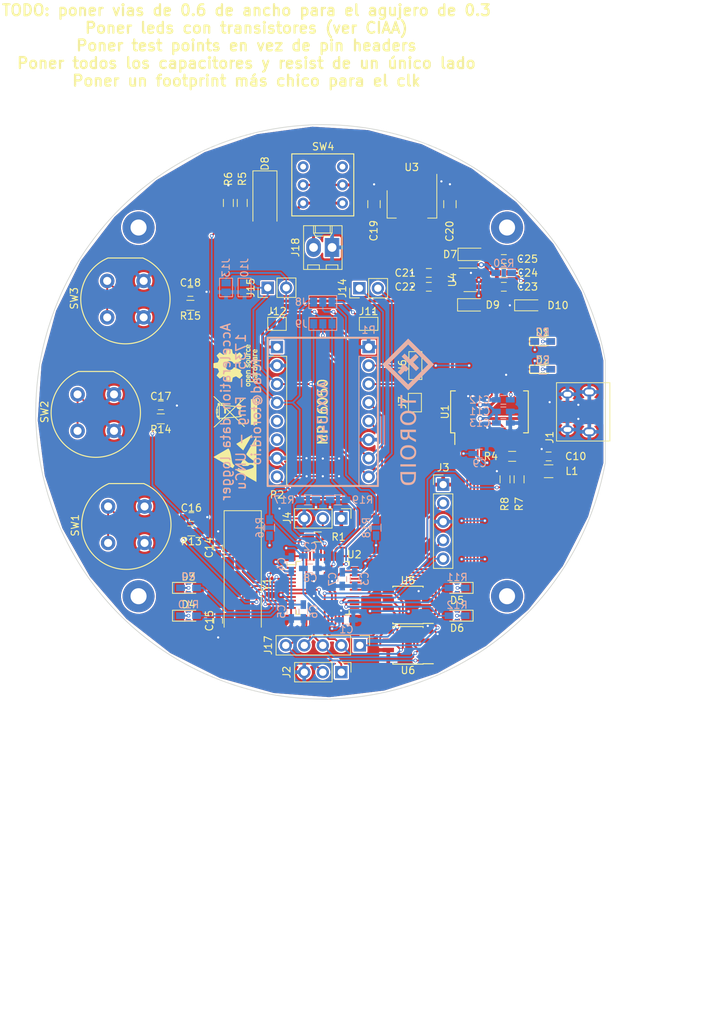
<source format=kicad_pcb>
(kicad_pcb (version 20170920) (host pcbnew "(2017-09-26 revision 28997e7f3)-master")
  (layers (0 F.Cu signal) (31 B.Cu signal) (34 B.Paste user) (35 F.Paste user) (36 B.SilkS user) (37 F.SilkS user) (38 B.Mask user) (39 F.Mask user) (44 Edge.Cuts user))
  (net 0 "")
  (net 1 GND)
  (net 2 +3V3)
  (net 3 /U5V)
  (net 4 "Net-(C12-Pad1)")
  (net 5 /RESET)
  (net 6 /USR_BTN_1)
  (net 7 /USR_BTN_2)
  (net 8 /VIN)
  (net 9 /E5V)
  (net 10 +5V)
  (net 11 "Net-(D1-Pad1)")
  (net 12 "Net-(D1-Pad2)")
  (net 13 "Net-(D2-Pad2)")
  (net 14 "Net-(D2-Pad1)")
  (net 15 "Net-(D3-Pad1)")
  (net 16 "Net-(D4-Pad1)")
  (net 17 "Net-(D5-Pad1)")
  (net 18 "Net-(D6-Pad1)")
  (net 19 "Net-(D8-Pad2)")
  (net 20 "Net-(D10-Pad2)")
  (net 21 "Net-(J1-Pad3)")
  (net 22 "Net-(J1-Pad2)")
  (net 23 /DEBUG_TX_uC)
  (net 24 /DEBUG_RX_uC)
  (net 25 /SWDIO)
  (net 26 /SWCLK)
  (net 27 /I2C1_SCL)
  (net 28 /I2C2_SCL)
  (net 29 /I2C2_SDA)
  (net 30 /I2C1_SDA)
  (net 31 /INT_MPU)
  (net 32 "Net-(P2-Pad6)")
  (net 33 "Net-(P2-Pad5)")
  (net 34 /BOOT_0)
  (net 35 "Net-(R4-Pad2)")
  (net 36 /LED_1)
  (net 37 /LED_2)
  (net 38 /LED_3)
  (net 39 /LED_4)
  (net 40 "Net-(U1-Pad28)")
  (net 41 "Net-(U1-Pad27)")
  (net 42 "Net-(U1-Pad19)")
  (net 43 "Net-(U1-Pad13)")
  (net 44 "Net-(U1-Pad12)")
  (net 45 /RTS_uC)
  (net 46 "Net-(U1-Pad10)")
  (net 47 "Net-(U1-Pad9)")
  (net 48 "Net-(U1-Pad6)")
  (net 49 /Tx_uC)
  (net 50 /CTS_uC)
  (net 51 "Net-(U1-Pad2)")
  (net 52 /Rx_uC)
  (net 53 /SPI1_MISO)
  (net 54 /SPI1_MOSI)
  (net 55 /SPI1_SCK)
  (net 56 /SPI1_HOLD)
  (net 57 /VCC_ADXL)
  (net 58 /CS_ADXL)
  (net 59 /INT1_ADXL)
  (net 60 /INT2_ADXL)
  (net 61 /SDA_ADXL)
  (net 62 /SCL_ADXL)
  (net 63 "Net-(U2-Pad26)")
  (net 64 "Net-(SW4-Pad1)")
  (net 65 "Net-(SW4-Pad4)")
  (net 66 /VUSB_ADC)
  (net 67 /VBAT_ADC)
  (net 68 "Net-(J1-Pad4)")
  (net 69 "Net-(C10-Pad1)")
  (net 70 "Net-(C14-Pad1)")
  (net 71 "Net-(C15-Pad1)")
  (net 72 "Net-(C23-Pad1)")
  (net 73 "Net-(J18-Pad2)")
  (net 74 "Net-(R1-Pad1)")
  (net 75 "Net-(U2-Pad46)")
  (net 76 "Net-(U2-Pad38)")
  (net 77 /SPI1_CS_2)
  (net 78 "Net-(U2-Pad25)")
  (net 79 "Net-(U2-Pad20)")
  (net 80 /SPI1_CS_1)
  (net 81 "Net-(U5-Pad3)")
  (net 82 "Net-(U2-Pad45)")
  (module TOROID:Logo_and_Name_20mm_FSilk (layer B.Cu) (at 164.1094 101.6 270)
    (fp_text reference G*** hide)
    (fp_text value TOROID hide)
  )
  (module TOROID:Pushbutton-MHPS2283-DPDT (layer F.Cu) (at 152.4 70.485)
    (fp_text reference SW4 (at 0.05 -5.25) (layer F.SilkS))
    (fp_text value SW_DPDT_x2)
    (pad 5 thru_hole circle (at 2.7 0) (size 1.5 1.5) (drill 0.8) (layers *.Cu *.Mask) (net 73 "Net-(J18-Pad2)"))
    (pad 2 thru_hole circle (at -2.7 0) (size 1.5 1.5) (drill 0.8) (layers *.Cu *.Mask) (net 73 "Net-(J18-Pad2)"))
    (pad 1 thru_hole circle (at -2.7 -2.5) (size 1.5 1.5) (drill 0.8) (layers *.Cu *.Mask) (net 64 "Net-(SW4-Pad1)"))
    (pad 4 thru_hole circle (at 2.7 -2.5) (size 1.5 1.5) (drill 0.8) (layers *.Cu *.Mask) (net 65 "Net-(SW4-Pad4)"))
    (pad 3 thru_hole circle (at -2.7 2.5) (size 1.5 1.5) (drill 0.8) (layers *.Cu *.Mask) (net 19 "Net-(D8-Pad2)"))
    (pad 6 thru_hole circle (at 2.7 2.5) (size 1.5 1.5) (drill 0.8) (layers *.Cu *.Mask) (net 19 "Net-(D8-Pad2)"))
  )
  (module Symbols:WEEE-Logo_4.2x6mm_SilkScreen (layer F.Cu) (at 140.3858 101.6 90)
    (fp_text reference REF*** hide)
    (fp_text value WEEE-Logo_4.2x6mm_SilkScreen hide)
  )
  (module Symbols:ESD-Logo_6.6x6mm_SilkScreen (layer F.Cu) (at 140.335 107.95 90)
    (fp_text reference REF*** hide)
    (fp_text value ESD-Logo_6.6x6mm_SilkScreen hide)
  )
  (module Symbols:OSHW-Logo_5.7x6mm_SilkScreen (layer F.Cu) (at 140.4112 95.25 90)
    (fp_text reference REF*** hide)
    (fp_text value OSHW-Logo_5.7x6mm_SilkScreen hide)
  )
  (module Housings_SOIC:SOIC-8_3.9x4.9mm_Pitch1.27mm (layer F.Cu) (at 164.084 128.0795 180)
    (fp_text reference U5 (at 0 3.3655 180) (layer F.SilkS))
    (fp_text value 23LCRAM)
    (pad 8 smd rect (at 2.7 -1.905 180) (size 1.55 0.6) (layers F.Cu F.Paste F.Mask) (net 2 +3V3))
    (pad 7 smd rect (at 2.7 -0.635 180) (size 1.55 0.6) (layers F.Cu F.Paste F.Mask) (net 56 /SPI1_HOLD))
    (pad 6 smd rect (at 2.7 0.635 180) (size 1.55 0.6) (layers F.Cu F.Paste F.Mask) (net 55 /SPI1_SCK))
    (pad 5 smd rect (at 2.7 1.905 180) (size 1.55 0.6) (layers F.Cu F.Paste F.Mask) (net 54 /SPI1_MOSI))
    (pad 4 smd rect (at -2.7 1.905 180) (size 1.55 0.6) (layers F.Cu F.Paste F.Mask) (net 1 GND))
    (pad 3 smd rect (at -2.7 0.635 180) (size 1.55 0.6) (layers F.Cu F.Paste F.Mask) (net 81 "Net-(U5-Pad3)"))
    (pad 2 smd rect (at -2.7 -0.635 180) (size 1.55 0.6) (layers F.Cu F.Paste F.Mask) (net 53 /SPI1_MISO))
    (pad 1 smd rect (at -2.7 -1.905 180) (size 1.55 0.6) (layers F.Cu F.Paste F.Mask) (net 77 /SPI1_CS_2))
  )
  (module Housings_SOIC:SOIC-8_3.9x4.9mm_Pitch1.27mm (layer F.Cu) (at 164.084 133.604 180)
    (fp_text reference U6 (at 0 -3.429 180) (layer F.SilkS))
    (fp_text value 25LC_EEPROM)
    (pad 8 smd rect (at 2.7 -1.905 180) (size 1.55 0.6) (layers F.Cu F.Paste F.Mask) (net 2 +3V3))
    (pad 7 smd rect (at 2.7 -0.635 180) (size 1.55 0.6) (layers F.Cu F.Paste F.Mask) (net 2 +3V3))
    (pad 6 smd rect (at 2.7 0.635 180) (size 1.55 0.6) (layers F.Cu F.Paste F.Mask) (net 55 /SPI1_SCK))
    (pad 5 smd rect (at 2.7 1.905 180) (size 1.55 0.6) (layers F.Cu F.Paste F.Mask) (net 54 /SPI1_MOSI))
    (pad 4 smd rect (at -2.7 1.905 180) (size 1.55 0.6) (layers F.Cu F.Paste F.Mask) (net 1 GND))
    (pad 3 smd rect (at -2.7 0.635 180) (size 1.55 0.6) (layers F.Cu F.Paste F.Mask) (net 2 +3V3))
    (pad 2 smd rect (at -2.7 -0.635 180) (size 1.55 0.6) (layers F.Cu F.Paste F.Mask) (net 53 /SPI1_MISO))
    (pad 1 smd rect (at -2.7 -1.905 180) (size 1.55 0.6) (layers F.Cu F.Paste F.Mask) (net 80 /SPI1_CS_1))
  )
  (module Mounting_Holes:MountingHole_2.2mm_M2_Pad (layer F.Cu) (at 177.673 126.873)
    (fp_text reference MNT3 hide)
    (fp_text value MountHole)
    (pad 1 thru_hole circle (at 0 0) (size 4.4 4.4) (drill 2.2) (layers *.Cu *.Mask))
  )
  (module Mounting_Holes:MountingHole_2.2mm_M2_Pad (layer F.Cu) (at 127.127 126.873)
    (fp_text reference MNT4 hide)
    (fp_text value MountHole)
    (pad 1 thru_hole circle (at 0 0) (size 4.4 4.4) (drill 2.2) (layers *.Cu *.Mask))
  )
  (module Mounting_Holes:MountingHole_2.2mm_M2_Pad (layer F.Cu) (at 127.127 76.327)
    (fp_text reference MNT1 hide)
    (fp_text value MountHole)
    (pad 1 thru_hole circle (at 0 0) (size 4.4 4.4) (drill 2.2) (layers *.Cu *.Mask))
  )
  (module Mounting_Holes:MountingHole_2.2mm_M2_Pad (layer F.Cu) (at 177.673 76.327)
    (fp_text reference MNT2 hide)
    (fp_text value MountHole)
    (pad 1 thru_hole circle (at 0 0) (size 4.4 4.4) (drill 2.2) (layers *.Cu *.Mask))
  )
  (module Socket_Strips:Socket_Strip_Straight_1x08_Pitch2.54mm (layer F.Cu) (at 146.1135 92.71)
    (fp_text reference P2 (at 0 20.2565) (layer F.SilkS))
    (fp_text value MPU_6050)
    (pad 1 thru_hole rect (at 0 0) (size 1.7 1.7) (drill 1) (layers *.Cu *.Mask) (net 10 +5V))
    (pad 2 thru_hole oval (at 0 2.54) (size 1.7 1.7) (drill 1) (layers *.Cu *.Mask) (net 1 GND))
    (pad 3 thru_hole oval (at 0 5.08) (size 1.7 1.7) (drill 1) (layers *.Cu *.Mask) (net 27 /I2C1_SCL))
    (pad 4 thru_hole oval (at 0 7.62) (size 1.7 1.7) (drill 1) (layers *.Cu *.Mask) (net 30 /I2C1_SDA))
    (pad 5 thru_hole oval (at 0 10.16) (size 1.7 1.7) (drill 1) (layers *.Cu *.Mask) (net 33 "Net-(P2-Pad5)"))
    (pad 6 thru_hole oval (at 0 12.7) (size 1.7 1.7) (drill 1) (layers *.Cu *.Mask) (net 32 "Net-(P2-Pad6)"))
    (pad 7 thru_hole oval (at 0 15.24) (size 1.7 1.7) (drill 1) (layers *.Cu *.Mask) (net 1 GND))
    (pad 8 thru_hole oval (at 0 17.78) (size 1.7 1.7) (drill 1) (layers *.Cu *.Mask) (net 31 /INT_MPU))
  )
  (module Socket_Strips:Socket_Strip_Straight_1x08_Pitch2.54mm (layer B.Cu) (at 158.6865 92.71 180)
    (fp_text reference P1 (at 0 2.33 180) (layer B.SilkS) (effects (justify mirror)))
    (fp_text value ADXL345)
    (pad 8 thru_hole oval (at 0 -17.78 180) (size 1.7 1.7) (drill 1) (layers *.Cu *.Mask) (net 62 /SCL_ADXL))
    (pad 7 thru_hole oval (at 0 -15.24 180) (size 1.7 1.7) (drill 1) (layers *.Cu *.Mask) (net 61 /SDA_ADXL))
    (pad 6 thru_hole oval (at 0 -12.7 180) (size 1.7 1.7) (drill 1) (layers *.Cu *.Mask) (net 1 GND))
    (pad 5 thru_hole oval (at 0 -10.16 180) (size 1.7 1.7) (drill 1) (layers *.Cu *.Mask) (net 60 /INT2_ADXL))
    (pad 4 thru_hole oval (at 0 -7.62 180) (size 1.7 1.7) (drill 1) (layers *.Cu *.Mask) (net 59 /INT1_ADXL))
    (pad 3 thru_hole oval (at 0 -5.08 180) (size 1.7 1.7) (drill 1) (layers *.Cu *.Mask) (net 58 /CS_ADXL))
    (pad 2 thru_hole oval (at 0 -2.54 180) (size 1.7 1.7) (drill 1) (layers *.Cu *.Mask) (net 57 /VCC_ADXL))
    (pad 1 thru_hole rect (at 0 0 180) (size 1.7 1.7) (drill 1) (layers *.Cu *.Mask) (net 1 GND))
  )
  (module Pin_Headers:Pin_Header_Straight_1x03_Pitch2.54mm (layer F.Cu) (at 154.94 137.287 270)
    (fp_text reference J2 (at 0 7.493 270) (layer F.SilkS))
    (fp_text value DEBUG)
    (pad 3 thru_hole oval (at 0 5.08 270) (size 1.7 1.7) (drill 1) (layers *.Cu *.Mask) (net 1 GND))
    (pad 2 thru_hole oval (at 0 2.54 270) (size 1.7 1.7) (drill 1) (layers *.Cu *.Mask) (net 23 /DEBUG_TX_uC))
    (pad 1 thru_hole rect (at 0 0 270) (size 1.7 1.7) (drill 1) (layers *.Cu *.Mask) (net 24 /DEBUG_RX_uC))
  )
  (module Pin_Headers:Pin_Header_Straight_1x05_Pitch2.54mm (layer F.Cu) (at 157.48 133.604 270)
    (fp_text reference J17 (at 0 12.573 270) (layer F.SilkS))
    (fp_text value SPI_ANALYZER)
    (pad 5 thru_hole oval (at 0 10.16 270) (size 1.7 1.7) (drill 1) (layers *.Cu *.Mask) (net 80 /SPI1_CS_1))
    (pad 4 thru_hole oval (at 0 7.62 270) (size 1.7 1.7) (drill 1) (layers *.Cu *.Mask) (net 55 /SPI1_SCK))
    (pad 3 thru_hole oval (at 0 5.08 270) (size 1.7 1.7) (drill 1) (layers *.Cu *.Mask) (net 53 /SPI1_MISO))
    (pad 2 thru_hole oval (at 0 2.54 270) (size 1.7 1.7) (drill 1) (layers *.Cu *.Mask) (net 54 /SPI1_MOSI))
    (pad 1 thru_hole rect (at 0 0 270) (size 1.7 1.7) (drill 1) (layers *.Cu *.Mask) (net 77 /SPI1_CS_2))
  )
  (module Capacitors_SMD:C_0603_HandSoldering (layer B.Cu) (at 150.6855 123.063)
    (fp_text reference C8 (at 0 1.3335) (layer B.SilkS) (effects (justify mirror)))
    (fp_text value 4.7uF)
    (pad 2 smd rect (at 0.95 0) (size 1.2 0.75) (layers B.Cu B.Paste B.Mask) (net 1 GND))
    (pad 1 smd rect (at -0.95 0) (size 1.2 0.75) (layers B.Cu B.Paste B.Mask) (net 2 +3V3))
  )
  (module Capacitors_SMD:C_0603_HandSoldering (layer B.Cu) (at 155.067 124.5235 270)
    (fp_text reference C7 (at 0 1.3335 270) (layer B.SilkS) (effects (justify mirror)))
    (fp_text value 4.7uF)
    (pad 1 smd rect (at -0.95 0 270) (size 1.2 0.75) (layers B.Cu B.Paste B.Mask) (net 2 +3V3))
    (pad 2 smd rect (at 0.95 0 270) (size 1.2 0.75) (layers B.Cu B.Paste B.Mask) (net 1 GND))
  )
  (module Capacitors_SMD:C_0603_HandSoldering (layer B.Cu) (at 149.733 128.9685 270)
    (fp_text reference C6 (at 0 -1.397 270) (layer B.SilkS) (effects (justify mirror)))
    (fp_text value 1uF_X5R)
    (pad 2 smd rect (at 0.95 0 270) (size 1.2 0.75) (layers B.Cu B.Paste B.Mask) (net 1 GND))
    (pad 1 smd rect (at -0.95 0 270) (size 1.2 0.75) (layers B.Cu B.Paste B.Mask) (net 2 +3V3))
  )
  (module Capacitors_SMD:C_0603_HandSoldering (layer B.Cu) (at 148.082 128.9685 270)
    (fp_text reference C5 (at -0.0025 1.3335 270) (layer B.SilkS) (effects (justify mirror)))
    (fp_text value 10nF_X7R)
    (pad 2 smd rect (at 0.95 0 270) (size 1.2 0.75) (layers B.Cu B.Paste B.Mask) (net 1 GND))
    (pad 1 smd rect (at -0.95 0 270) (size 1.2 0.75) (layers B.Cu B.Paste B.Mask) (net 2 +3V3))
  )
  (module Capacitors_SMD:C_0603_HandSoldering (layer B.Cu) (at 177.165 103.124)
    (fp_text reference C13 (at -3.2385 0) (layer B.SilkS) (effects (justify mirror)))
    (fp_text value 4.7uF)
    (pad 2 smd rect (at 0.95 0) (size 1.2 0.75) (layers B.Cu B.Paste B.Mask) (net 1 GND))
    (pad 1 smd rect (at -0.95 0) (size 1.2 0.75) (layers B.Cu B.Paste B.Mask) (net 3 /U5V))
  )
  (module Connectors_Molex:Molex_KK-6410-02_02x2.54mm_Straight (layer F.Cu) (at 153.67 79.0575 180)
    (fp_text reference J18 (at 5.0165 0 270) (layer F.SilkS))
    (fp_text value BAT)
    (pad 2 thru_hole oval (at 2.54 0 180) (size 2 2.6) (drill 1.2) (layers *.Cu *.Mask) (net 73 "Net-(J18-Pad2)"))
    (pad 1 thru_hole rect (at 0 0 180) (size 2 2.6) (drill 1.2) (layers *.Cu *.Mask) (net 1 GND))
  )
  (module Connectors:USB_Micro-B_10103594-0001LF (layer F.Cu) (at 187.579 101.6 90)
    (fp_text reference J1 (at -3.4925 -4.064 90) (layer F.SilkS))
    (fp_text value USB_OTG)
    (pad 6 smd rect (at 0.96 1.62 180) (size 2.5 1.43) (layers F.Cu F.Paste F.Mask) (net 1 GND))
    (pad 6 smd rect (at -0.96 1.62 180) (size 2.5 1.43) (layers F.Cu F.Paste F.Mask) (net 1 GND))
    (pad 6 thru_hole oval (at 2.73 1.38 180) (size 1.7 1.2) (drill oval 1.2 0.7) (layers *.Cu *.Mask) (net 1 GND))
    (pad 6 thru_hole oval (at -2.73 1.38 180) (size 1.7 1.2) (drill oval 1.2 0.7) (layers *.Cu *.Mask) (net 1 GND))
    (pad 6 thru_hole oval (at 2.42 -1.62 180) (size 1.5 1.1) (drill oval 1.05 0.65) (layers *.Cu *.Mask) (net 1 GND))
    (pad 6 thru_hole oval (at -2.42 -1.62 180) (size 1.5 1.1) (drill oval 1.05 0.65) (layers *.Cu *.Mask) (net 1 GND))
    (pad 5 smd rect (at 1.3 -1.5 180) (size 1.65 0.4) (layers F.Cu F.Paste F.Mask) (net 1 GND))
    (pad 4 smd rect (at 0.65 -1.5 180) (size 1.65 0.4) (layers F.Cu F.Paste F.Mask) (net 68 "Net-(J1-Pad4)"))
    (pad 3 smd rect (at 0 -1.5 180) (size 1.65 0.4) (layers F.Cu F.Paste F.Mask) (net 21 "Net-(J1-Pad3)"))
    (pad 2 smd rect (at -0.65 -1.5 180) (size 1.65 0.4) (layers F.Cu F.Paste F.Mask) (net 22 "Net-(J1-Pad2)"))
    (pad 1 smd rect (at -1.3 -1.5 180) (size 1.65 0.4) (layers F.Cu F.Paste F.Mask) (net 69 "Net-(C10-Pad1)"))
  )
  (module Resistors_SMD:R_0603_HandSoldering (layer F.Cu) (at 179.324 110.8456 270)
    (fp_text reference R7 (at 3.3909 0 270) (layer F.SilkS))
    (fp_text value 39k)
    (pad 1 smd rect (at -1.1 0 270) (size 1.2 0.9) (layers F.Cu F.Paste F.Mask) (net 3 /U5V))
    (pad 2 smd rect (at 1.1 0 270) (size 1.2 0.9) (layers F.Cu F.Paste F.Mask) (net 66 /VUSB_ADC))
  )
  (module Resistors_SMD:R_0603_HandSoldering (layer F.Cu) (at 177.3936 110.8456 90)
    (fp_text reference R8 (at -3.3909 -0.0381 90) (layer F.SilkS))
    (fp_text value 47k)
    (pad 2 smd rect (at 1.1 0 90) (size 1.2 0.9) (layers F.Cu F.Paste F.Mask) (net 1 GND))
    (pad 1 smd rect (at -1.1 0 90) (size 1.2 0.9) (layers F.Cu F.Paste F.Mask) (net 66 /VUSB_ADC))
  )
  (module Resistors_SMD:R_0603_HandSoldering (layer F.Cu) (at 141.351 72.9615 270)
    (fp_text reference R5 (at -3.302 0 270) (layer F.SilkS))
    (fp_text value 47k)
    (pad 1 smd rect (at -1.1 0 270) (size 1.2 0.9) (layers F.Cu F.Paste F.Mask) (net 8 /VIN))
    (pad 2 smd rect (at 1.1 0 270) (size 1.2 0.9) (layers F.Cu F.Paste F.Mask) (net 67 /VBAT_ADC))
  )
  (module Resistors_SMD:R_0603_HandSoldering (layer F.Cu) (at 139.446 72.9615 90)
    (fp_text reference R6 (at 3.302 0 90) (layer F.SilkS))
    (fp_text value 10k)
    (pad 2 smd rect (at 1.1 0 90) (size 1.2 0.9) (layers F.Cu F.Paste F.Mask) (net 1 GND))
    (pad 1 smd rect (at -1.1 0 90) (size 1.2 0.9) (layers F.Cu F.Paste F.Mask) (net 67 /VBAT_ADC))
  )
  (module Housings_SSOP:SSOP-28_5.3x10.2mm_Pitch0.65mm (layer F.Cu) (at 175.26 101.6 90)
    (fp_text reference U1 (at 0 -6.096 90) (layer F.SilkS))
    (fp_text value FT232RL)
    (pad 28 smd rect (at 3.6 -4.225 90) (size 1.75 0.45) (layers F.Cu F.Paste F.Mask) (net 40 "Net-(U1-Pad28)"))
    (pad 27 smd rect (at 3.6 -3.575 90) (size 1.75 0.45) (layers F.Cu F.Paste F.Mask) (net 41 "Net-(U1-Pad27)"))
    (pad 26 smd rect (at 3.6 -2.925 90) (size 1.75 0.45) (layers F.Cu F.Paste F.Mask) (net 1 GND))
    (pad 25 smd rect (at 3.6 -2.275 90) (size 1.75 0.45) (layers F.Cu F.Paste F.Mask) (net 1 GND))
    (pad 24 smd rect (at 3.6 -1.625 90) (size 1.75 0.45) (layers F.Cu F.Paste F.Mask))
    (pad 23 smd rect (at 3.6 -0.975 90) (size 1.75 0.45) (layers F.Cu F.Paste F.Mask) (net 11 "Net-(D1-Pad1)"))
    (pad 22 smd rect (at 3.6 -0.325 90) (size 1.75 0.45) (layers F.Cu F.Paste F.Mask) (net 14 "Net-(D2-Pad1)"))
    (pad 21 smd rect (at 3.6 0.325 90) (size 1.75 0.45) (layers F.Cu F.Paste F.Mask) (net 1 GND))
    (pad 20 smd rect (at 3.6 0.975 90) (size 1.75 0.45) (layers F.Cu F.Paste F.Mask) (net 3 /U5V))
    (pad 19 smd rect (at 3.6 1.625 90) (size 1.75 0.45) (layers F.Cu F.Paste F.Mask) (net 42 "Net-(U1-Pad19)"))
    (pad 18 smd rect (at 3.6 2.275 90) (size 1.75 0.45) (layers F.Cu F.Paste F.Mask) (net 1 GND))
    (pad 17 smd rect (at 3.6 2.925 90) (size 1.75 0.45) (layers F.Cu F.Paste F.Mask) (net 4 "Net-(C12-Pad1)"))
    (pad 16 smd rect (at 3.6 3.575 90) (size 1.75 0.45) (layers F.Cu F.Paste F.Mask) (net 22 "Net-(J1-Pad2)"))
    (pad 15 smd rect (at 3.6 4.225 90) (size 1.75 0.45) (layers F.Cu F.Paste F.Mask) (net 21 "Net-(J1-Pad3)"))
    (pad 14 smd rect (at -3.6 4.225 90) (size 1.75 0.45) (layers F.Cu F.Paste F.Mask) (net 35 "Net-(R4-Pad2)"))
    (pad 13 smd rect (at -3.6 3.575 90) (size 1.75 0.45) (layers F.Cu F.Paste F.Mask) (net 43 "Net-(U1-Pad13)"))
    (pad 12 smd rect (at -3.6 2.925 90) (size 1.75 0.45) (layers F.Cu F.Paste F.Mask) (net 44 "Net-(U1-Pad12)"))
    (pad 11 smd rect (at -3.6 2.275 90) (size 1.75 0.45) (layers F.Cu F.Paste F.Mask) (net 45 /RTS_uC))
    (pad 10 smd rect (at -3.6 1.625 90) (size 1.75 0.45) (layers F.Cu F.Paste F.Mask) (net 46 "Net-(U1-Pad10)"))
    (pad 9 smd rect (at -3.6 0.975 90) (size 1.75 0.45) (layers F.Cu F.Paste F.Mask) (net 47 "Net-(U1-Pad9)"))
    (pad 8 smd rect (at -3.6 0.325 90) (size 1.75 0.45) (layers F.Cu F.Paste F.Mask))
    (pad 7 smd rect (at -3.6 -0.325 90) (size 1.75 0.45) (layers F.Cu F.Paste F.Mask) (net 1 GND))
    (pad 6 smd rect (at -3.6 -0.975 90) (size 1.75 0.45) (layers F.Cu F.Paste F.Mask) (net 48 "Net-(U1-Pad6)"))
    (pad 5 smd rect (at -3.6 -1.625 90) (size 1.75 0.45) (layers F.Cu F.Paste F.Mask) (net 49 /Tx_uC))
    (pad 4 smd rect (at -3.6 -2.275 90) (size 1.75 0.45) (layers F.Cu F.Paste F.Mask) (net 2 +3V3))
    (pad 3 smd rect (at -3.6 -2.925 90) (size 1.75 0.45) (layers F.Cu F.Paste F.Mask) (net 50 /CTS_uC))
    (pad 2 smd rect (at -3.6 -3.575 90) (size 1.75 0.45) (layers F.Cu F.Paste F.Mask) (net 51 "Net-(U1-Pad2)"))
    (pad 1 smd rect (at -3.6 -4.225 90) (size 1.75 0.45) (layers F.Cu F.Paste F.Mask) (net 52 /Rx_uC))
  )
  (module Pin_Headers:Pin_Header_Straight_1x02_Pitch2.54mm (layer F.Cu) (at 144.8435 84.582 90)
    (fp_text reference J15 (at 0 -2.33 90) (layer F.SilkS))
    (fp_text value ANALIZER_MPU)
    (pad 1 thru_hole rect (at 0 0 90) (size 1.7 1.7) (drill 1) (layers *.Cu *.Mask) (net 30 /I2C1_SDA))
    (pad 2 thru_hole oval (at 0 2.54 90) (size 1.7 1.7) (drill 1) (layers *.Cu *.Mask) (net 27 /I2C1_SCL))
  )
  (module Pin_Headers:Pin_Header_Straight_1x02_Pitch2.54mm (layer F.Cu) (at 157.4165 84.6455 90)
    (fp_text reference J14 (at 0 -2.33 90) (layer F.SilkS))
    (fp_text value ANALIZER_ADXL)
    (pad 2 thru_hole oval (at 0 2.54 90) (size 1.7 1.7) (drill 1) (layers *.Cu *.Mask) (net 62 /SCL_ADXL))
    (pad 1 thru_hole rect (at 0 0 90) (size 1.7 1.7) (drill 1) (layers *.Cu *.Mask) (net 61 /SDA_ADXL))
  )
  (module Pin_Headers:Pin_Header_Straight_1x03_Pitch2.54mm (layer F.Cu) (at 154.94 116.205 270)
    (fp_text reference J4 (at -0.0635 7.4295 270) (layer F.SilkS))
    (fp_text value BOOT_JMP)
    (pad 3 thru_hole oval (at 0 5.08 270) (size 1.7 1.7) (drill 1) (layers *.Cu *.Mask) (net 1 GND))
    (pad 2 thru_hole oval (at 0 2.54 270) (size 1.7 1.7) (drill 1) (layers *.Cu *.Mask) (net 34 /BOOT_0))
    (pad 1 thru_hole rect (at 0 0 270) (size 1.7 1.7) (drill 1) (layers *.Cu *.Mask) (net 2 +3V3))
  )
  (module Fiducials:Fiducial_1mm_Dia_2.54mm_Outer_CopperTop (layer F.Cu) (at 139.7 111.76)
    (fp_text reference fid4 hide)
    (fp_text value fiducial)
    (pad ~ smd circle (at 0 0) (size 1 1) (layers F.Cu F.Mask) (clearance 0.77))
  )
  (module Fiducials:Fiducial_1mm_Dia_2.54mm_Outer_CopperTop (layer F.Cu) (at 165.1 111.76)
    (fp_text reference fid3 hide)
    (fp_text value fiducial)
    (pad ~ smd circle (at 0 0) (size 1 1) (layers F.Cu F.Mask) (clearance 0.77))
  )
  (module Fiducials:Fiducial_1mm_Dia_2.54mm_Outer_CopperTop (layer F.Cu) (at 165.1 91.44)
    (fp_text reference fid2 hide)
    (fp_text value fiducial)
    (pad ~ smd circle (at 0 0) (size 1 1) (layers F.Cu F.Mask) (clearance 0.77))
  )
  (module Fiducials:Fiducial_1mm_Dia_2.54mm_Outer_CopperTop (layer F.Cu) (at 139.7 91.3765)
    (fp_text reference fid1 hide)
    (fp_text value fiducial)
    (pad ~ smd circle (at 0 0) (size 1 1) (layers F.Cu F.Mask) (clearance 0.77))
  )
  (module Capacitors_SMD:C_0603_HandSoldering (layer B.Cu) (at 155.6385 130.1115)
    (fp_text reference C1 (at 0 1.3335) (layer B.SilkS) (effects (justify mirror)))
    (fp_text value 100nF)
    (pad 2 smd rect (at 0.95 0) (size 1.2 0.75) (layers B.Cu B.Paste B.Mask) (net 1 GND))
    (pad 1 smd rect (at -0.95 0) (size 1.2 0.75) (layers B.Cu B.Paste B.Mask) (net 2 +3V3))
  )
  (module Capacitors_SMD:C_0603_HandSoldering (layer B.Cu) (at 150.6855 121.3485)
    (fp_text reference C2 (at 0 -1.27) (layer B.SilkS) (effects (justify mirror)))
    (fp_text value 100nF)
    (pad 1 smd rect (at -0.95 0) (size 1.2 0.75) (layers B.Cu B.Paste B.Mask) (net 2 +3V3))
    (pad 2 smd rect (at 0.95 0) (size 1.2 0.75) (layers B.Cu B.Paste B.Mask) (net 1 GND))
  )
  (module Capacitors_SMD:C_0603_HandSoldering (layer B.Cu) (at 156.7815 124.5235 270)
    (fp_text reference C3 (at -0.0635 -1.397 270) (layer B.SilkS) (effects (justify mirror)))
    (fp_text value 100nF)
    (pad 2 smd rect (at 0.95 0 270) (size 1.2 0.75) (layers B.Cu B.Paste B.Mask) (net 1 GND))
    (pad 1 smd rect (at -0.95 0 270) (size 1.2 0.75) (layers B.Cu B.Paste B.Mask) (net 2 +3V3))
  )
  (module Capacitors_SMD:C_0603_HandSoldering (layer B.Cu) (at 173.9265 107.315)
    (fp_text reference C9 (at -0.0127 1.3462) (layer B.SilkS) (effects (justify mirror)))
    (fp_text value 100nF)
    (pad 2 smd rect (at 0.95 0) (size 1.2 0.75) (layers B.Cu B.Paste B.Mask) (net 1 GND))
    (pad 1 smd rect (at -0.95 0) (size 1.2 0.75) (layers B.Cu B.Paste B.Mask) (net 2 +3V3))
  )
  (module Capacitors_SMD:C_0603_HandSoldering (layer F.Cu) (at 183.3753 107.7087 180)
    (fp_text reference C10 (at -3.7211 0.0127 180) (layer F.SilkS))
    (fp_text value 10nF_X7R)
    (pad 1 smd rect (at -0.95 0 180) (size 1.2 0.75) (layers F.Cu F.Paste F.Mask) (net 69 "Net-(C10-Pad1)"))
    (pad 2 smd rect (at 0.95 0 180) (size 1.2 0.75) (layers F.Cu F.Paste F.Mask) (net 1 GND))
  )
  (module Capacitors_SMD:C_0603_HandSoldering (layer B.Cu) (at 177.165 101.5365)
    (fp_text reference C11 (at -3.2385 0) (layer B.SilkS) (effects (justify mirror)))
    (fp_text value 100nF)
    (pad 1 smd rect (at -0.95 0) (size 1.2 0.75) (layers B.Cu B.Paste B.Mask) (net 3 /U5V))
    (pad 2 smd rect (at 0.95 0) (size 1.2 0.75) (layers B.Cu B.Paste B.Mask) (net 1 GND))
  )
  (module Capacitors_SMD:C_0603_HandSoldering (layer B.Cu) (at 177.165 99.949 180)
    (fp_text reference C12 (at 3.2385 0 180) (layer B.SilkS) (effects (justify mirror)))
    (fp_text value 100nF)
    (pad 1 smd rect (at -0.95 0 180) (size 1.2 0.75) (layers B.Cu B.Paste B.Mask) (net 4 "Net-(C12-Pad1)"))
    (pad 2 smd rect (at 0.95 0 180) (size 1.2 0.75) (layers B.Cu B.Paste B.Mask) (net 1 GND))
  )
  (module Capacitors_SMD:C_0603_HandSoldering (layer F.Cu) (at 138.049 120.2055 90)
    (fp_text reference C14 (at 0 -1.25 90) (layer F.SilkS))
    (fp_text value 10pF)
    (pad 2 smd rect (at 0.95 0 90) (size 1.2 0.75) (layers F.Cu F.Paste F.Mask) (net 1 GND))
    (pad 1 smd rect (at -0.95 0 90) (size 1.2 0.75) (layers F.Cu F.Paste F.Mask) (net 70 "Net-(C14-Pad1)"))
  )
  (module Capacitors_SMD:C_0603_HandSoldering (layer F.Cu) (at 138.049 130.2385 270)
    (fp_text reference C15 (at 0 1.2065 270) (layer F.SilkS))
    (fp_text value 10pF)
    (pad 2 smd rect (at 0.95 0 270) (size 1.2 0.75) (layers F.Cu F.Paste F.Mask) (net 1 GND))
    (pad 1 smd rect (at -0.95 0 270) (size 1.2 0.75) (layers F.Cu F.Paste F.Mask) (net 71 "Net-(C15-Pad1)"))
  )
  (module Capacitors_SMD:C_0603_HandSoldering (layer F.Cu) (at 134.366 116.0145)
    (fp_text reference C16 (at 0 -1.25) (layer F.SilkS))
    (fp_text value 100nF)
    (pad 2 smd rect (at 0.95 0) (size 1.2 0.75) (layers F.Cu F.Paste F.Mask) (net 1 GND))
    (pad 1 smd rect (at -0.95 0) (size 1.2 0.75) (layers F.Cu F.Paste F.Mask) (net 5 /RESET))
  )
  (module Capacitors_SMD:C_0603_HandSoldering (layer F.Cu) (at 130.175 100.711)
    (fp_text reference C17 (at 0 -1.25) (layer F.SilkS))
    (fp_text value 100nF)
    (pad 1 smd rect (at -0.95 0) (size 1.2 0.75) (layers F.Cu F.Paste F.Mask) (net 6 /USR_BTN_1))
    (pad 2 smd rect (at 0.95 0) (size 1.2 0.75) (layers F.Cu F.Paste F.Mask) (net 1 GND))
  )
  (module Capacitors_SMD:C_0603_HandSoldering (layer F.Cu) (at 134.239 85.1535)
    (fp_text reference C18 (at 0 -1.25) (layer F.SilkS))
    (fp_text value 100nF)
    (pad 2 smd rect (at 0.95 0) (size 1.2 0.75) (layers F.Cu F.Paste F.Mask) (net 1 GND))
    (pad 1 smd rect (at -0.95 0) (size 1.2 0.75) (layers F.Cu F.Paste F.Mask) (net 7 /USR_BTN_2))
  )
  (module Capacitors_SMD:C_0805_HandSoldering (layer F.Cu) (at 159.4231 73.1266 90)
    (fp_text reference C19 (at -3.6449 -0.0381 90) (layer F.SilkS))
    (fp_text value 10uF)
    (pad 1 smd rect (at -1.25 0 90) (size 1.5 1.25) (layers F.Cu F.Paste F.Mask) (net 8 /VIN))
    (pad 2 smd rect (at 1.25 0 90) (size 1.5 1.25) (layers F.Cu F.Paste F.Mask) (net 1 GND))
  )
  (module Capacitors_SMD:C_0805_HandSoldering (layer F.Cu) (at 169.8371 73.1266 90)
    (fp_text reference C20 (at -3.7084 -0.0381 90) (layer F.SilkS))
    (fp_text value 10uF)
    (pad 2 smd rect (at 1.25 0 90) (size 1.5 1.25) (layers F.Cu F.Paste F.Mask) (net 1 GND))
    (pad 1 smd rect (at -1.25 0 90) (size 1.5 1.25) (layers F.Cu F.Paste F.Mask) (net 9 /E5V))
  )
  (module Capacitors_SMD:C_0603_HandSoldering (layer F.Cu) (at 166.9415 82.55 180)
    (fp_text reference C21 (at 3.2385 0 180) (layer F.SilkS))
    (fp_text value 1uF_X5R)
    (pad 1 smd rect (at -0.95 0 180) (size 1.2 0.75) (layers F.Cu F.Paste F.Mask) (net 10 +5V))
    (pad 2 smd rect (at 0.95 0 180) (size 1.2 0.75) (layers F.Cu F.Paste F.Mask) (net 1 GND))
  )
  (module Capacitors_SMD:C_0603_HandSoldering (layer F.Cu) (at 166.9415 84.455 180)
    (fp_text reference C22 (at 3.2385 0 180) (layer F.SilkS))
    (fp_text value 100nF)
    (pad 2 smd rect (at 0.95 0 180) (size 1.2 0.75) (layers F.Cu F.Paste F.Mask) (net 1 GND))
    (pad 1 smd rect (at -0.95 0 180) (size 1.2 0.75) (layers F.Cu F.Paste F.Mask) (net 10 +5V))
  )
  (module Capacitors_SMD:C_0603_HandSoldering (layer F.Cu) (at 177.2285 84.455)
    (fp_text reference C23 (at 3.2385 0) (layer F.SilkS))
    (fp_text value 10nF_X7R)
    (pad 2 smd rect (at 0.95 0) (size 1.2 0.75) (layers F.Cu F.Paste F.Mask) (net 1 GND))
    (pad 1 smd rect (at -0.95 0) (size 1.2 0.75) (layers F.Cu F.Paste F.Mask) (net 72 "Net-(C23-Pad1)"))
  )
  (module Capacitors_SMD:C_0603_HandSoldering (layer F.Cu) (at 177.226 82.55)
    (fp_text reference C24 (at 3.241 0) (layer F.SilkS))
    (fp_text value 1uF_X5R)
    (pad 1 smd rect (at -0.95 0) (size 1.2 0.75) (layers F.Cu F.Paste F.Mask) (net 2 +3V3))
    (pad 2 smd rect (at 0.95 0) (size 1.2 0.75) (layers F.Cu F.Paste F.Mask) (net 1 GND))
  )
  (module Capacitors_SMD:C_0603_HandSoldering (layer F.Cu) (at 177.231 80.645)
    (fp_text reference C25 (at 3.236 0) (layer F.SilkS))
    (fp_text value 100nF)
    (pad 1 smd rect (at -0.95 0) (size 1.2 0.75) (layers F.Cu F.Paste F.Mask) (net 2 +3V3))
    (pad 2 smd rect (at 0.95 0) (size 1.2 0.75) (layers F.Cu F.Paste F.Mask) (net 1 GND))
  )
  (module LEDs:LED_0603_HandSoldering (layer F.Cu) (at 182.5625 91.948)
    (fp_text reference D1 (at 0 -1.27) (layer F.SilkS))
    (fp_text value LED)
    (pad 1 smd rect (at -1.1 0) (size 1.2 0.9) (layers F.Cu F.Paste F.Mask) (net 11 "Net-(D1-Pad1)"))
    (pad 2 smd rect (at 1.1 0) (size 1.2 0.9) (layers F.Cu F.Paste F.Mask) (net 12 "Net-(D1-Pad2)"))
  )
  (module LEDs:LED_0603_HandSoldering (layer F.Cu) (at 182.583 95.758)
    (fp_text reference D2 (at -0.0205 -1.27) (layer F.SilkS))
    (fp_text value LED)
    (pad 2 smd rect (at 1.1 0) (size 1.2 0.9) (layers F.Cu F.Paste F.Mask) (net 13 "Net-(D2-Pad2)"))
    (pad 1 smd rect (at -1.1 0) (size 1.2 0.9) (layers F.Cu F.Paste F.Mask) (net 14 "Net-(D2-Pad1)"))
  )
  (module LEDs:LED_0805_HandSoldering (layer F.Cu) (at 133.985 125.73)
    (fp_text reference D3 (at 0 -1.524) (layer F.SilkS))
    (fp_text value LED)
    (pad 1 smd rect (at -1.35 0) (size 1.5 1.3) (layers F.Cu F.Paste F.Mask) (net 15 "Net-(D3-Pad1)"))
    (pad 2 smd rect (at 1.35 0) (size 1.5 1.3) (layers F.Cu F.Paste F.Mask) (net 2 +3V3))
  )
  (module LEDs:LED_0805_HandSoldering (layer F.Cu) (at 133.985 129.54)
    (fp_text reference D4 (at 0 -1.524) (layer F.SilkS))
    (fp_text value LED)
    (pad 2 smd rect (at 1.35 0) (size 1.5 1.3) (layers F.Cu F.Paste F.Mask) (net 2 +3V3))
    (pad 1 smd rect (at -1.35 0) (size 1.5 1.3) (layers F.Cu F.Paste F.Mask) (net 16 "Net-(D4-Pad1)"))
  )
  (module LEDs:LED_0805_HandSoldering (layer F.Cu) (at 170.815 125.73 180)
    (fp_text reference D5 (at 0 -1.7 180) (layer F.SilkS))
    (fp_text value LED)
    (pad 1 smd rect (at -1.35 0 180) (size 1.5 1.3) (layers F.Cu F.Paste F.Mask) (net 17 "Net-(D5-Pad1)"))
    (pad 2 smd rect (at 1.35 0 180) (size 1.5 1.3) (layers F.Cu F.Paste F.Mask) (net 2 +3V3))
  )
  (module LEDs:LED_0805_HandSoldering (layer F.Cu) (at 170.815 129.54 180)
    (fp_text reference D6 (at 0 -1.7 180) (layer F.SilkS))
    (fp_text value LED)
    (pad 2 smd rect (at 1.35 0 180) (size 1.5 1.3) (layers F.Cu F.Paste F.Mask) (net 2 +3V3))
    (pad 1 smd rect (at -1.35 0 180) (size 1.5 1.3) (layers F.Cu F.Paste F.Mask) (net 18 "Net-(D6-Pad1)"))
  )
  (module Diodes_SMD:D_SOD-323_HandSoldering (layer F.Cu) (at 172.847 80.01)
    (fp_text reference D7 (at -2.9845 0) (layer F.SilkS))
    (fp_text value BAT60JFILM)
    (pad 1 smd rect (at -1.25 0) (size 1 1) (layers F.Cu F.Paste F.Mask) (net 10 +5V))
    (pad 2 smd rect (at 1.25 0) (size 1 1) (layers F.Cu F.Paste F.Mask) (net 9 /E5V))
  )
  (module Diodes_SMD:D_SMA_Handsoldering (layer F.Cu) (at 144.4625 72.9615 270)
    (fp_text reference D8 (at -5.3975 0 270) (layer F.SilkS))
    (fp_text value STPS2L30A)
    (pad 1 smd rect (at -2.5 0 270) (size 3.5 1.8) (layers F.Cu F.Paste F.Mask) (net 8 /VIN))
    (pad 2 smd rect (at 2.5 0 270) (size 3.5 1.8) (layers F.Cu F.Paste F.Mask) (net 19 "Net-(D8-Pad2)"))
  )
  (module Diodes_SMD:D_SOD-323_HandSoldering (layer F.Cu) (at 172.7835 86.9315)
    (fp_text reference D9 (at 2.921 0) (layer F.SilkS))
    (fp_text value BAT60JFILM)
    (pad 2 smd rect (at 1.25 0) (size 1 1) (layers F.Cu F.Paste F.Mask) (net 3 /U5V))
    (pad 1 smd rect (at -1.25 0) (size 1 1) (layers F.Cu F.Paste F.Mask) (net 10 +5V))
  )
  (module LEDs:LED_0805_HandSoldering (layer F.Cu) (at 180.9115 86.995)
    (fp_text reference D10 (at 3.7465 0) (layer F.SilkS))
    (fp_text value LED)
    (pad 2 smd rect (at 1.35 0) (size 1.5 1.3) (layers F.Cu F.Paste F.Mask) (net 20 "Net-(D10-Pad2)"))
    (pad 1 smd rect (at -1.35 0) (size 1.5 1.3) (layers F.Cu F.Paste F.Mask) (net 1 GND))
  )
  (module Pin_Headers:Pin_Header_Straight_1x05_Pitch2.54mm (layer F.Cu) (at 168.91 111.5695)
    (fp_text reference J3 (at 0 -2.33) (layer F.SilkS))
    (fp_text value SWD)
    (pad 5 thru_hole oval (at 0 10.16) (size 1.7 1.7) (drill 1) (layers *.Cu *.Mask) (net 5 /RESET))
    (pad 4 thru_hole oval (at 0 7.62) (size 1.7 1.7) (drill 1) (layers *.Cu *.Mask) (net 25 /SWDIO))
    (pad 3 thru_hole oval (at 0 5.08) (size 1.7 1.7) (drill 1) (layers *.Cu *.Mask) (net 1 GND))
    (pad 2 thru_hole oval (at 0 2.54) (size 1.7 1.7) (drill 1) (layers *.Cu *.Mask) (net 26 /SWCLK))
    (pad 1 thru_hole rect (at 0 0) (size 1.7 1.7) (drill 1) (layers *.Cu *.Mask) (net 2 +3V3))
  )
  (module Connectors:GS3 (layer F.Cu) (at 165.1 95.25 180)
    (fp_text reference J6 (at 1.778 0 270) (layer F.SilkS))
    (fp_text value GS3)
    (pad 3 smd rect (at 0 1.27 180) (size 1.27 0.97) (layers F.Cu F.Paste F.Mask) (net 10 +5V))
    (pad 2 smd rect (at 0 0 180) (size 1.27 0.97) (layers F.Cu F.Paste F.Mask) (net 57 /VCC_ADXL))
    (pad 1 smd rect (at 0 -1.27 180) (size 1.27 0.97) (layers F.Cu F.Paste F.Mask) (net 2 +3V3))
  )
  (module Connectors:GS2 (layer F.Cu) (at 165.0365 100.33 180)
    (fp_text reference J7 (at 1.7145 0 270) (layer F.SilkS))
    (fp_text value GS2)
    (pad 2 smd rect (at 0 0.64 180) (size 1.27 0.97) (layers F.Cu F.Paste F.Mask) (net 58 /CS_ADXL))
    (pad 1 smd rect (at 0 -0.64 180) (size 1.27 0.97) (layers F.Cu F.Paste F.Mask) (net 2 +3V3))
  )
  (module Connectors:GS3 (layer B.Cu) (at 152.4 86.5505 270)
    (fp_text reference J8 (at -0.0127 2.9718 180) (layer B.SilkS) (effects (justify mirror)))
    (fp_text value GS3)
    (pad 1 smd rect (at 0 1.27 270) (size 1.27 0.97) (layers B.Cu B.Paste B.Mask) (net 30 /I2C1_SDA))
    (pad 2 smd rect (at 0 0 270) (size 1.27 0.97) (layers B.Cu B.Paste B.Mask) (net 61 /SDA_ADXL))
    (pad 3 smd rect (at 0 -1.27 270) (size 1.27 0.97) (layers B.Cu B.Paste B.Mask) (net 29 /I2C2_SDA))
  )
  (module Connectors:GS3 (layer B.Cu) (at 152.4 89.535 270)
    (fp_text reference J9 (at 0 2.9464 180) (layer B.SilkS) (effects (justify mirror)))
    (fp_text value GS3)
    (pad 3 smd rect (at 0 -1.27 270) (size 1.27 0.97) (layers B.Cu B.Paste B.Mask) (net 28 /I2C2_SCL))
    (pad 2 smd rect (at 0 0 270) (size 1.27 0.97) (layers B.Cu B.Paste B.Mask) (net 62 /SCL_ADXL))
    (pad 1 smd rect (at 0 1.27 270) (size 1.27 0.97) (layers B.Cu B.Paste B.Mask) (net 27 /I2C1_SCL))
  )
  (module Connectors:GS2 (layer B.Cu) (at 141.666899 84.540425 180)
    (fp_text reference J10 (at 0.011099 2.701625 90) (layer B.SilkS) (effects (justify mirror)))
    (fp_text value GS2)
    (pad 1 smd rect (at 0 0.64 180) (size 1.27 0.97) (layers B.Cu B.Paste B.Mask) (net 30 /I2C1_SDA))
    (pad 2 smd rect (at 0 -0.64 180) (size 1.27 0.97) (layers B.Cu B.Paste B.Mask) (net 1 GND))
  )
  (module Connectors:GS2 (layer F.Cu) (at 158.6865 89.535 90)
    (fp_text reference J11 (at 1.7145 0 180) (layer F.SilkS))
    (fp_text value GS2)
    (pad 2 smd rect (at 0 0.64 90) (size 1.27 0.97) (layers F.Cu F.Paste F.Mask) (net 1 GND))
    (pad 1 smd rect (at 0 -0.64 90) (size 1.27 0.97) (layers F.Cu F.Paste F.Mask) (net 29 /I2C2_SDA))
  )
  (module Connectors:GS2 (layer F.Cu) (at 146.1135 89.537291 270)
    (fp_text reference J12 (at -1.716791 0) (layer F.SilkS))
    (fp_text value GS2)
    (pad 2 smd rect (at 0 0.64 270) (size 1.27 0.97) (layers F.Cu F.Paste F.Mask) (net 1 GND))
    (pad 1 smd rect (at 0 -0.64 270) (size 1.27 0.97) (layers F.Cu F.Paste F.Mask) (net 28 /I2C2_SCL))
  )
  (module Connectors:GS2 (layer B.Cu) (at 139.126899 84.540425 180)
    (fp_text reference J13 (at 0.011099 2.701625 90) (layer B.SilkS) (effects (justify mirror)))
    (fp_text value GS2)
    (pad 2 smd rect (at 0 -0.64 180) (size 1.27 0.97) (layers B.Cu B.Paste B.Mask) (net 1 GND))
    (pad 1 smd rect (at 0 0.64 180) (size 1.27 0.97) (layers B.Cu B.Paste B.Mask) (net 27 /I2C1_SCL))
  )
  (module Inductors_SMD:L_0805_HandSoldering (layer F.Cu) (at 183.3753 109.7407)
    (fp_text reference L1 (at 3.1877 -0.0127) (layer F.SilkS))
    (fp_text value MI0805K400R-10)
    (pad 2 smd rect (at 1.35 0) (size 1.5 1.3) (layers F.Cu F.Paste F.Mask) (net 69 "Net-(C10-Pad1)"))
    (pad 1 smd rect (at -1.35 0) (size 1.5 1.3) (layers F.Cu F.Paste F.Mask) (net 3 /U5V))
  )
  (module Resistors_SMD:R_0603_HandSoldering (layer B.Cu) (at 182.5625 91.948)
    (fp_text reference R2 (at -0.0127 -1.2954) (layer B.SilkS) (effects (justify mirror)))
    (fp_text value 1k1)
    (pad 2 smd rect (at 1.1 0) (size 1.2 0.9) (layers B.Cu B.Paste B.Mask) (net 12 "Net-(D1-Pad2)"))
    (pad 1 smd rect (at -1.1 0) (size 1.2 0.9) (layers B.Cu B.Paste B.Mask) (net 2 +3V3))
  )
  (module Resistors_SMD:R_0603_HandSoldering (layer B.Cu) (at 182.5625 95.758)
    (fp_text reference R3 (at 0.0127 -1.2954) (layer B.SilkS) (effects (justify mirror)))
    (fp_text value 1k1)
    (pad 1 smd rect (at -1.1 0) (size 1.2 0.9) (layers B.Cu B.Paste B.Mask) (net 2 +3V3))
    (pad 2 smd rect (at 1.1 0) (size 1.2 0.9) (layers B.Cu B.Paste B.Mask) (net 13 "Net-(D2-Pad2)"))
  )
  (module Resistors_SMD:R_0603_HandSoldering (layer F.Cu) (at 151.7015 118.745)
    (fp_text reference R1 (at 2.8575 0) (layer F.SilkS))
    (fp_text value 10k)
    (pad 1 smd rect (at -1.1 0) (size 1.2 0.9) (layers F.Cu F.Paste F.Mask) (net 74 "Net-(R1-Pad1)"))
    (pad 2 smd rect (at 1.1 0) (size 1.2 0.9) (layers F.Cu F.Paste F.Mask) (net 34 /BOOT_0))
  )
  (module Resistors_SMD:R_0603_HandSoldering (layer F.Cu) (at 178.3715 107.696)
    (fp_text reference R4 (at -2.921 0) (layer F.SilkS))
    (fp_text value 10k)
    (pad 1 smd rect (at -1.1 0) (size 1.2 0.9) (layers F.Cu F.Paste F.Mask) (net 2 +3V3))
    (pad 2 smd rect (at 1.1 0) (size 1.2 0.9) (layers F.Cu F.Paste F.Mask) (net 35 "Net-(R4-Pad2)"))
  )
  (module Resistors_SMD:R_0603_HandSoldering (layer B.Cu) (at 133.985 125.73)
    (fp_text reference R9 (at 0 -1.524) (layer B.SilkS) (effects (justify mirror)))
    (fp_text value 1k1)
    (pad 1 smd rect (at -1.1 0) (size 1.2 0.9) (layers B.Cu B.Paste B.Mask) (net 15 "Net-(D3-Pad1)"))
    (pad 2 smd rect (at 1.1 0) (size 1.2 0.9) (layers B.Cu B.Paste B.Mask) (net 36 /LED_1))
  )
  (module Resistors_SMD:R_0603_HandSoldering (layer B.Cu) (at 133.985 129.54)
    (fp_text reference R10 (at 0 -1.524) (layer B.SilkS) (effects (justify mirror)))
    (fp_text value 1k1)
    (pad 2 smd rect (at 1.1 0) (size 1.2 0.9) (layers B.Cu B.Paste B.Mask) (net 37 /LED_2))
    (pad 1 smd rect (at -1.1 0) (size 1.2 0.9) (layers B.Cu B.Paste B.Mask) (net 16 "Net-(D4-Pad1)"))
  )
  (module Resistors_SMD:R_0603_HandSoldering (layer B.Cu) (at 170.815 125.73 180)
    (fp_text reference R11 (at 0 1.45 180) (layer B.SilkS) (effects (justify mirror)))
    (fp_text value 1k1)
    (pad 1 smd rect (at -1.1 0 180) (size 1.2 0.9) (layers B.Cu B.Paste B.Mask) (net 17 "Net-(D5-Pad1)"))
    (pad 2 smd rect (at 1.1 0 180) (size 1.2 0.9) (layers B.Cu B.Paste B.Mask) (net 38 /LED_3))
  )
  (module Resistors_SMD:R_0603_HandSoldering (layer B.Cu) (at 170.815 129.54 180)
    (fp_text reference R12 (at 0 1.45 180) (layer B.SilkS) (effects (justify mirror)))
    (fp_text value 1k1)
    (pad 2 smd rect (at 1.1 0 180) (size 1.2 0.9) (layers B.Cu B.Paste B.Mask) (net 39 /LED_4))
    (pad 1 smd rect (at -1.1 0 180) (size 1.2 0.9) (layers B.Cu B.Paste B.Mask) (net 18 "Net-(D6-Pad1)"))
  )
  (module Resistors_SMD:R_0603_HandSoldering (layer F.Cu) (at 134.366 117.9195 180)
    (fp_text reference R13 (at 0 -1.45 180) (layer F.SilkS))
    (fp_text value 100k)
    (pad 2 smd rect (at 1.1 0 180) (size 1.2 0.9) (layers F.Cu F.Paste F.Mask) (net 5 /RESET))
    (pad 1 smd rect (at -1.1 0 180) (size 1.2 0.9) (layers F.Cu F.Paste F.Mask) (net 2 +3V3))
  )
  (module Resistors_SMD:R_0603_HandSoldering (layer F.Cu) (at 130.175 102.5525 180)
    (fp_text reference R14 (at 0 -1.45 180) (layer F.SilkS))
    (fp_text value 100k)
    (pad 2 smd rect (at 1.1 0 180) (size 1.2 0.9) (layers F.Cu F.Paste F.Mask) (net 6 /USR_BTN_1))
    (pad 1 smd rect (at -1.1 0 180) (size 1.2 0.9) (layers F.Cu F.Paste F.Mask) (net 2 +3V3))
  )
  (module Resistors_SMD:R_0603_HandSoldering (layer F.Cu) (at 134.239 86.995 180)
    (fp_text reference R15 (at 0 -1.45 180) (layer F.SilkS))
    (fp_text value 100k)
    (pad 1 smd rect (at -1.1 0 180) (size 1.2 0.9) (layers F.Cu F.Paste F.Mask) (net 2 +3V3))
    (pad 2 smd rect (at 1.1 0 180) (size 1.2 0.9) (layers F.Cu F.Paste F.Mask) (net 7 /USR_BTN_2))
  )
  (module Resistors_SMD:R_0603_HandSoldering (layer B.Cu) (at 145.0975 117.475 270)
    (fp_text reference R16 (at 0 1.3335 270) (layer B.SilkS) (effects (justify mirror)))
    (fp_text value 2k2)
    (pad 1 smd rect (at -1.1 0 270) (size 1.2 0.9) (layers B.Cu B.Paste B.Mask) (net 30 /I2C1_SDA))
    (pad 2 smd rect (at 1.1 0 270) (size 1.2 0.9) (layers B.Cu B.Paste B.Mask) (net 2 +3V3))
  )
  (module Resistors_SMD:R_0603_HandSoldering (layer B.Cu) (at 150.368 113.665)
    (fp_text reference R17 (at -3.302 0) (layer B.SilkS) (effects (justify mirror)))
    (fp_text value 2k2)
    (pad 2 smd rect (at 1.1 0) (size 1.2 0.9) (layers B.Cu B.Paste B.Mask) (net 2 +3V3))
    (pad 1 smd rect (at -1.1 0) (size 1.2 0.9) (layers B.Cu B.Paste B.Mask) (net 27 /I2C1_SCL))
  )
  (module Resistors_SMD:R_0603_HandSoldering (layer B.Cu) (at 159.7025 117.475 270)
    (fp_text reference R18 (at 0 1.3335 270) (layer B.SilkS) (effects (justify mirror)))
    (fp_text value 2k2)
    (pad 1 smd rect (at -1.1 0 270) (size 1.2 0.9) (layers B.Cu B.Paste B.Mask) (net 29 /I2C2_SDA))
    (pad 2 smd rect (at 1.1 0 270) (size 1.2 0.9) (layers B.Cu B.Paste B.Mask) (net 2 +3V3))
  )
  (module Resistors_SMD:R_0603_HandSoldering (layer B.Cu) (at 154.4955 113.665 180)
    (fp_text reference R19 (at -3.3655 0 180) (layer B.SilkS) (effects (justify mirror)))
    (fp_text value 2k2)
    (pad 2 smd rect (at 1.1 0 180) (size 1.2 0.9) (layers B.Cu B.Paste B.Mask) (net 2 +3V3))
    (pad 1 smd rect (at -1.1 0 180) (size 1.2 0.9) (layers B.Cu B.Paste B.Mask) (net 28 /I2C2_SCL))
  )
  (module Resistors_SMD:R_0603_HandSoldering (layer B.Cu) (at 177.2285 82.55)
    (fp_text reference R20 (at 0 -1.3335) (layer B.SilkS) (effects (justify mirror)))
    (fp_text value 1k1)
    (pad 2 smd rect (at 1.1 0) (size 1.2 0.9) (layers B.Cu B.Paste B.Mask) (net 20 "Net-(D10-Pad2)"))
    (pad 1 smd rect (at -1.1 0) (size 1.2 0.9) (layers B.Cu B.Paste B.Mask) (net 10 +5V))
  )
  (module Buttons_Switches_THT:Push_E-Switch_KS01Q01 (layer F.Cu) (at 127.9525 119.5705 180)
    (fp_text reference SW1 (at 9.525 2.413 270) (layer F.SilkS))
    (fp_text value SW_Push_Dual)
    (pad 3 thru_hole circle (at 0 5 180) (size 2 2) (drill 1.1) (layers *.Cu *.Mask) (net 1 GND))
    (pad 4 thru_hole circle (at 5 5 180) (size 2 2) (drill 1.1) (layers *.Cu *.Mask) (net 5 /RESET))
    (pad 2 thru_hole circle (at 5 0 180) (size 2 2) (drill 1.1) (layers *.Cu *.Mask) (net 5 /RESET))
    (pad 1 thru_hole circle (at 0 0 180) (size 2 2) (drill 1.1) (layers *.Cu *.Mask) (net 1 GND))
  )
  (module Buttons_Switches_THT:Push_E-Switch_KS01Q01 (layer F.Cu) (at 123.7615 104.2035 180)
    (fp_text reference SW2 (at 9.525 2.6035 270) (layer F.SilkS))
    (fp_text value SW_Push_Dual)
    (pad 1 thru_hole circle (at 0 0 180) (size 2 2) (drill 1.1) (layers *.Cu *.Mask) (net 1 GND))
    (pad 2 thru_hole circle (at 5 0 180) (size 2 2) (drill 1.1) (layers *.Cu *.Mask) (net 6 /USR_BTN_1))
    (pad 4 thru_hole circle (at 5 5 180) (size 2 2) (drill 1.1) (layers *.Cu *.Mask) (net 6 /USR_BTN_1))
    (pad 3 thru_hole circle (at 0 5 180) (size 2 2) (drill 1.1) (layers *.Cu *.Mask) (net 1 GND))
  )
  (module Buttons_Switches_THT:Push_E-Switch_KS01Q01 (layer F.Cu) (at 127.8255 88.646 180)
    (fp_text reference SW3 (at 9.525 2.6035 270) (layer F.SilkS))
    (fp_text value SW_Push_Dual)
    (pad 3 thru_hole circle (at 0 5 180) (size 2 2) (drill 1.1) (layers *.Cu *.Mask) (net 1 GND))
    (pad 4 thru_hole circle (at 5 5 180) (size 2 2) (drill 1.1) (layers *.Cu *.Mask) (net 7 /USR_BTN_2))
    (pad 2 thru_hole circle (at 5 0 180) (size 2 2) (drill 1.1) (layers *.Cu *.Mask) (net 7 /USR_BTN_2))
    (pad 1 thru_hole circle (at 0 0 180) (size 2 2) (drill 1.1) (layers *.Cu *.Mask) (net 1 GND))
  )
  (module TO_SOT_Packages_SMD:SOT-223 (layer F.Cu) (at 164.6301 73.1266 270)
    (fp_text reference U3 (at -5.0546 0.0381) (layer F.SilkS))
    (fp_text value LD1117S50TR)
    (pad 4 smd rect (at 3.15 0 270) (size 2 3.8) (layers F.Cu F.Paste F.Mask))
    (pad 2 smd rect (at -3.15 0 270) (size 2 1.5) (layers F.Cu F.Paste F.Mask) (net 9 /E5V))
    (pad 3 smd rect (at -3.15 2.3 270) (size 2 1.5) (layers F.Cu F.Paste F.Mask) (net 8 /VIN))
    (pad 1 smd rect (at -3.15 -2.3 270) (size 2 1.5) (layers F.Cu F.Paste F.Mask) (net 1 GND))
  )
  (module TO_SOT_Packages_SMD:SOT-23-5 (layer F.Cu) (at 172.6565 83.5025)
    (fp_text reference U4 (at -2.4765 0 90) (layer F.SilkS))
    (fp_text value LD3985M33R_SOT23)
    (pad 5 smd rect (at 1.1 -0.95) (size 1.06 0.65) (layers F.Cu F.Paste F.Mask) (net 2 +3V3))
    (pad 4 smd rect (at 1.1 0.95) (size 1.06 0.65) (layers F.Cu F.Paste F.Mask) (net 72 "Net-(C23-Pad1)"))
    (pad 3 smd rect (at -1.1 0.95) (size 1.06 0.65) (layers F.Cu F.Paste F.Mask) (net 10 +5V))
    (pad 2 smd rect (at -1.1 0) (size 1.06 0.65) (layers F.Cu F.Paste F.Mask) (net 1 GND))
    (pad 1 smd rect (at -1.1 -0.95) (size 1.06 0.65) (layers F.Cu F.Paste F.Mask) (net 10 +5V))
  )
  (module Crystals:Crystal_SMD_HC49-SD_HandSoldering (layer F.Cu) (at 141.4145 125.222 270)
    (fp_text reference Y1 (at 0 -3.302 270) (layer F.SilkS))
    (fp_text value 9C-8.000MBBK-T)
    (pad 2 smd rect (at 5.9375 0 270) (size 7.875 2) (layers F.Cu F.Paste F.Mask) (net 71 "Net-(C15-Pad1)"))
    (pad 1 smd rect (at -5.9375 0 270) (size 7.875 2) (layers F.Cu F.Paste F.Mask) (net 70 "Net-(C14-Pad1)"))
  )
  (module Housings_QFP:LQFP-48_7x7mm_Pitch0.5mm (layer F.Cu) (at 152.4 125.73)
    (fp_text reference U2 (at 4.318 -4.572) (layer F.SilkS))
    (fp_text value STM32F072CBTx)
    (pad 48 smd rect (at -2.75 -4.35 90) (size 1.3 0.25) (layers F.Cu F.Paste F.Mask) (net 2 +3V3))
    (pad 47 smd rect (at -2.25 -4.35 90) (size 1.3 0.25) (layers F.Cu F.Paste F.Mask) (net 1 GND))
    (pad 46 smd rect (at -1.75 -4.35 90) (size 1.3 0.25) (layers F.Cu F.Paste F.Mask) (net 75 "Net-(U2-Pad46)"))
    (pad 45 smd rect (at -1.25 -4.35 90) (size 1.3 0.25) (layers F.Cu F.Paste F.Mask) (net 82 "Net-(U2-Pad45)"))
    (pad 44 smd rect (at -0.75 -4.35 90) (size 1.3 0.25) (layers F.Cu F.Paste F.Mask) (net 74 "Net-(R1-Pad1)"))
    (pad 43 smd rect (at -0.25 -4.35 90) (size 1.3 0.25) (layers F.Cu F.Paste F.Mask) (net 30 /I2C1_SDA))
    (pad 42 smd rect (at 0.25 -4.35 90) (size 1.3 0.25) (layers F.Cu F.Paste F.Mask) (net 27 /I2C1_SCL))
    (pad 41 smd rect (at 0.75 -4.35 90) (size 1.3 0.25) (layers F.Cu F.Paste F.Mask) (net 31 /INT_MPU))
    (pad 40 smd rect (at 1.25 -4.35 90) (size 1.3 0.25) (layers F.Cu F.Paste F.Mask) (net 60 /INT2_ADXL))
    (pad 39 smd rect (at 1.75 -4.35 90) (size 1.3 0.25) (layers F.Cu F.Paste F.Mask) (net 59 /INT1_ADXL))
    (pad 38 smd rect (at 2.25 -4.35 90) (size 1.3 0.25) (layers F.Cu F.Paste F.Mask) (net 76 "Net-(U2-Pad38)"))
    (pad 37 smd rect (at 2.75 -4.35 90) (size 1.3 0.25) (layers F.Cu F.Paste F.Mask) (net 26 /SWCLK))
    (pad 36 smd rect (at 4.35 -2.75) (size 1.3 0.25) (layers F.Cu F.Paste F.Mask) (net 2 +3V3))
    (pad 35 smd rect (at 4.35 -2.25) (size 1.3 0.25) (layers F.Cu F.Paste F.Mask) (net 1 GND))
    (pad 34 smd rect (at 4.35 -1.75) (size 1.3 0.25) (layers F.Cu F.Paste F.Mask) (net 25 /SWDIO))
    (pad 33 smd rect (at 4.35 -1.25) (size 1.3 0.25) (layers F.Cu F.Paste F.Mask) (net 45 /RTS_uC))
    (pad 32 smd rect (at 4.35 -0.75) (size 1.3 0.25) (layers F.Cu F.Paste F.Mask) (net 50 /CTS_uC))
    (pad 31 smd rect (at 4.35 -0.25) (size 1.3 0.25) (layers F.Cu F.Paste F.Mask) (net 52 /Rx_uC))
    (pad 30 smd rect (at 4.35 0.25) (size 1.3 0.25) (layers F.Cu F.Paste F.Mask) (net 49 /Tx_uC))
    (pad 29 smd rect (at 4.35 0.75) (size 1.3 0.25) (layers F.Cu F.Paste F.Mask) (net 77 /SPI1_CS_2))
    (pad 28 smd rect (at 4.35 1.25) (size 1.3 0.25) (layers F.Cu F.Paste F.Mask) (net 38 /LED_3))
    (pad 27 smd rect (at 4.35 1.75) (size 1.3 0.25) (layers F.Cu F.Paste F.Mask) (net 39 /LED_4))
    (pad 26 smd rect (at 4.35 2.25) (size 1.3 0.25) (layers F.Cu F.Paste F.Mask) (net 63 "Net-(U2-Pad26)"))
    (pad 25 smd rect (at 4.35 2.75) (size 1.3 0.25) (layers F.Cu F.Paste F.Mask) (net 78 "Net-(U2-Pad25)"))
    (pad 24 smd rect (at 2.75 4.35 90) (size 1.3 0.25) (layers F.Cu F.Paste F.Mask) (net 2 +3V3))
    (pad 23 smd rect (at 2.25 4.35 90) (size 1.3 0.25) (layers F.Cu F.Paste F.Mask) (net 1 GND))
    (pad 22 smd rect (at 1.75 4.35 90) (size 1.3 0.25) (layers F.Cu F.Paste F.Mask) (net 29 /I2C2_SDA))
    (pad 21 smd rect (at 1.25 4.35 90) (size 1.3 0.25) (layers F.Cu F.Paste F.Mask) (net 28 /I2C2_SCL))
    (pad 20 smd rect (at 0.75 4.35 90) (size 1.3 0.25) (layers F.Cu F.Paste F.Mask) (net 79 "Net-(U2-Pad20)"))
    (pad 19 smd rect (at 0.25 4.35 90) (size 1.3 0.25) (layers F.Cu F.Paste F.Mask) (net 66 /VUSB_ADC))
    (pad 18 smd rect (at -0.25 4.35 90) (size 1.3 0.25) (layers F.Cu F.Paste F.Mask) (net 56 /SPI1_HOLD))
    (pad 17 smd rect (at -0.75 4.35 90) (size 1.3 0.25) (layers F.Cu F.Paste F.Mask) (net 54 /SPI1_MOSI))
    (pad 16 smd rect (at -1.25 4.35 90) (size 1.3 0.25) (layers F.Cu F.Paste F.Mask) (net 53 /SPI1_MISO))
    (pad 15 smd rect (at -1.75 4.35 90) (size 1.3 0.25) (layers F.Cu F.Paste F.Mask) (net 55 /SPI1_SCK))
    (pad 14 smd rect (at -2.25 4.35 90) (size 1.3 0.25) (layers F.Cu F.Paste F.Mask) (net 80 /SPI1_CS_1))
    (pad 13 smd rect (at -2.75 4.35 90) (size 1.3 0.25) (layers F.Cu F.Paste F.Mask) (net 24 /DEBUG_RX_uC))
    (pad 12 smd rect (at -4.35 2.75) (size 1.3 0.25) (layers F.Cu F.Paste F.Mask) (net 23 /DEBUG_TX_uC))
    (pad 11 smd rect (at -4.35 2.25) (size 1.3 0.25) (layers F.Cu F.Paste F.Mask) (net 67 /VBAT_ADC))
    (pad 10 smd rect (at -4.35 1.75) (size 1.3 0.25) (layers F.Cu F.Paste F.Mask) (net 6 /USR_BTN_1))
    (pad 9 smd rect (at -4.35 1.25) (size 1.3 0.25) (layers F.Cu F.Paste F.Mask) (net 2 +3V3))
    (pad 8 smd rect (at -4.35 0.75) (size 1.3 0.25) (layers F.Cu F.Paste F.Mask) (net 1 GND))
    (pad 7 smd rect (at -4.35 0.25) (size 1.3 0.25) (layers F.Cu F.Paste F.Mask) (net 5 /RESET))
    (pad 6 smd rect (at -4.35 -0.25) (size 1.3 0.25) (layers F.Cu F.Paste F.Mask) (net 71 "Net-(C15-Pad1)"))
    (pad 5 smd rect (at -4.35 -0.75) (size 1.3 0.25) (layers F.Cu F.Paste F.Mask) (net 70 "Net-(C14-Pad1)"))
    (pad 4 smd rect (at -4.35 -1.25) (size 1.3 0.25) (layers F.Cu F.Paste F.Mask) (net 37 /LED_2))
    (pad 3 smd rect (at -4.35 -1.75) (size 1.3 0.25) (layers F.Cu F.Paste F.Mask) (net 36 /LED_1))
    (pad 2 smd rect (at -4.35 -2.25) (size 1.3 0.25) (layers F.Cu F.Paste F.Mask) (net 7 /USR_BTN_2))
    (pad 1 smd rect (at -4.35 -2.75) (size 1.3 0.25) (layers F.Cu F.Paste F.Mask) (net 2 +3V3))
  )
  (module Capacitors_SMD:C_0603_HandSoldering (layer B.Cu) (at 148.082 122.494 90)
    (fp_text reference C4 (at 0.0025 -1.3335 90) (layer B.SilkS) (effects (justify mirror)))
    (fp_text value 100nF)
    (pad 2 smd rect (at 0.95 0 90) (size 1.2 0.75) (layers B.Cu B.Paste B.Mask) (net 1 GND))
    (pad 1 smd rect (at -0.95 0 90) (size 1.2 0.75) (layers B.Cu B.Paste B.Mask) (net 2 +3V3))
  )
  (gr_text "TODO: poner vias de 0.6 de ancho para el agujero de 0.3\nPoner leds con transistores (ver CIAA)\nPoner test points en vez de pin headers\nPoner todos los capacitores y resist de un único lado\nPoner un footprint más chico para el clk" (at 141.9225 51.3715) (layer F.SilkS) (effects (font (size 1.5 1.5) (thickness 0.3))))
  (gr_text "Acceleration data logger\n1735 - FIng - UNCu\nfclad@toroid.io" (at 141.1732 101.6 90) (layer B.SilkS) (effects (font (size 1.3 1.3) (thickness 0.2)) (justify mirror)))
  (gr_text ADXL345 (at 152.4 101.6 90) (layer B.SilkS) (effects (font (size 1.3 1.3) (thickness 0.2)) (justify mirror)))
  (gr_text MPU6050 (at 152.4 101.6 90) (layer F.SilkS) (effects (font (size 1.3 1.3) (thickness 0.2))))
  (gr_line (start 191.135 94.5515) (end 191.135 108.6485) (layer Edge.Cuts) (width 0.1))
  (gr_arc (start 152.4 101.6) (end 191.134999 94.551501) (angle -339.3737763) (layer Edge.Cuts) (width 0.1))
  (gr_line (start 159.9565 111.76) (end 144.907 111.76) (layer F.SilkS) (width 0.25))
  (gr_line (start 144.8435 91.44) (end 144.8435 91.44) (layer B.SilkS) (width 0.25))
  (gr_line (start 144.8435 111.76) (end 144.8435 91.44) (layer B.SilkS) (width 0.25))
  (gr_line (start 159.9565 111.76) (end 144.8435 111.76) (layer B.SilkS) (width 0.25))
  (gr_line (start 159.9565 91.44) (end 159.9565 111.76) (layer B.SilkS) (width 0.25))
  (gr_line (start 144.8435 91.44) (end 159.9565 91.44) (layer B.SilkS) (width 0.25))
  (gr_line (start 144.8435 111.76) (end 144.8435 91.44) (layer F.SilkS) (width 0.25))
  (gr_line (start 159.9565 91.44) (end 159.9565 111.76) (layer F.SilkS) (width 0.25))
  (gr_line (start 144.8435 91.44) (end 159.9565 91.44) (layer F.SilkS) (width 0.25))
  (segment (start 165.1635 127.127) (end 163.957 127.127) (width 0.25) (layer F.Cu) (net 0))
  (segment (start 172.335 98) (end 172.335 96.7145) (width 0.25) (layer F.Cu) (net 1))
  (segment (start 172.335 96.7145) (end 172.6565 96.393) (width 0.25) (layer F.Cu) (net 1))
  (segment (start 172.985 96.7215) (end 172.985 98) (width 0.25) (layer F.Cu) (net 1))
  (segment (start 172.6565 96.393) (end 172.985 96.7215) (width 0.25) (layer F.Cu) (net 1))
  (segment (start 166.784 130.954802) (end 166.801802 130.937) (width 0.25) (layer F.Cu) (net 1))
  (segment (start 166.784 131.699) (end 166.784 130.954802) (width 0.25) (layer F.Cu) (net 1))
  (via (at 166.801802 130.937) (size 0.5) (drill 0.3) (layers F.Cu B.Cu) (net 1))
  (segment (start 154.664601 129.104199) (end 154.9146 128.8542) (width 0.25) (layer F.Cu) (net 1))
  (segment (start 154.65 129.1188) (end 154.664601 129.104199) (width 0.25) (layer F.Cu) (net 1))
  (segment (start 154.65 130.08) (end 154.65 129.1188) (width 0.25) (layer F.Cu) (net 1))
  (via (at 154.9146 128.8542) (size 0.5) (drill 0.3) (layers F.Cu B.Cu) (net 1))
  (segment (start 159.4231 70.4215) (end 159.4358 70.4088) (width 0.25) (layer F.Cu) (net 1))
  (segment (start 159.4231 71.8766) (end 159.4231 70.4215) (width 0.25) (layer F.Cu) (net 1))
  (via (at 159.4358 70.4088) (size 0.5) (drill 0.3) (layers F.Cu B.Cu) (net 1))
  (segment (start 166.784 131.699) (end 167.809 131.699) (width 0.25) (layer F.Cu) (net 1))
  (segment (start 167.809 131.699) (end 168.148 132.038) (width 0.25) (layer F.Cu) (net 1))
  (segment (start 168.148 132.038) (end 168.148 132.0546) (width 0.25) (layer F.Cu) (net 1))
  (via (at 168.148 132.0546) (size 0.5) (drill 0.3) (layers F.Cu B.Cu) (net 1))
  (segment (start 166.784 131.699) (end 166.3065 131.699) (width 0.25) (layer F.Cu) (net 1))
  (segment (start 166.784 126.1745) (end 165.5445 126.1745) (width 0.25) (layer F.Cu) (net 1))
  (via (at 165.5445 126.1745) (size 0.5) (drill 0.3) (layers F.Cu B.Cu) (net 1))
  (segment (start 187.4572 102.56) (end 187.452 102.5652) (width 0.25) (layer F.Cu) (net 1))
  (segment (start 189.199 102.56) (end 187.4572 102.56) (width 0.25) (layer F.Cu) (net 1))
  (via (at 187.452 102.5652) (size 0.5) (drill 0.3) (layers F.Cu B.Cu) (net 1))
  (segment (start 187.457202 100.64) (end 187.452002 100.6348) (width 0.25) (layer F.Cu) (net 1))
  (segment (start 189.199 100.64) (end 187.457202 100.64) (width 0.25) (layer F.Cu) (net 1))
  (segment (start 187.452002 100.598002) (end 187.452002 100.6348) (width 0.25) (layer F.Cu) (net 1))
  (segment (start 187.154 100.3) (end 187.452002 100.598002) (width 0.25) (layer F.Cu) (net 1))
  (segment (start 186.079 100.3) (end 187.154 100.3) (width 0.25) (layer F.Cu) (net 1))
  (via (at 187.452002 100.6348) (size 0.5) (drill 0.3) (layers F.Cu B.Cu) (net 1))
  (segment (start 174.935 103.794766) (end 174.965355 103.764411) (width 0.25) (layer F.Cu) (net 1))
  (segment (start 174.935 105.2) (end 174.935 103.794766) (width 0.25) (layer F.Cu) (net 1))
  (via (at 174.965355 103.764411) (size 0.5) (drill 0.3) (layers F.Cu B.Cu) (net 1))
  (segment (start 153.919999 124.565601) (end 153.67 124.8156) (width 0.25) (layer F.Cu) (net 1))
  (segment (start 155.0056 123.48) (end 153.919999 124.565601) (width 0.25) (layer F.Cu) (net 1))
  (segment (start 156.75 123.48) (end 155.0056 123.48) (width 0.25) (layer F.Cu) (net 1))
  (via (at 153.67 124.8156) (size 0.5) (drill 0.3) (layers F.Cu B.Cu) (net 1))
  (segment (start 150.930801 124.565599) (end 151.1808 124.815598) (width 0.25) (layer F.Cu) (net 1))
  (segment (start 150.15 123.784798) (end 150.930801 124.565599) (width 0.25) (layer F.Cu) (net 1))
  (segment (start 150.15 121.38) (end 150.15 123.784798) (width 0.25) (layer F.Cu) (net 1))
  (via (at 151.1808 124.815598) (size 0.5) (drill 0.3) (layers F.Cu B.Cu) (net 1))
  (segment (start 150.930801 126.597601) (end 151.1808 126.8476) (width 0.25) (layer F.Cu) (net 1))
  (segment (start 150.8132 126.48) (end 150.930801 126.597601) (width 0.25) (layer F.Cu) (net 1))
  (segment (start 148.05 126.48) (end 150.8132 126.48) (width 0.25) (layer F.Cu) (net 1))
  (via (at 151.1808 126.8476) (size 0.5) (drill 0.3) (layers F.Cu B.Cu) (net 1))
  (segment (start 135.189 85.1535) (end 136.4361 85.1535) (width 0.25) (layer F.Cu) (net 1))
  (segment (start 136.4361 85.1535) (end 136.4488 85.1408) (width 0.25) (layer F.Cu) (net 1))
  (via (at 136.4488 85.1408) (size 0.5) (drill 0.3) (layers F.Cu B.Cu) (net 1))
  (segment (start 135.316 116.0145) (end 136.5377 116.0145) (width 0.25) (layer F.Cu) (net 1))
  (segment (start 136.5377 116.0145) (end 136.5504 116.0272) (width 0.25) (layer F.Cu) (net 1))
  (via (at 136.5504 116.0272) (size 0.5) (drill 0.3) (layers F.Cu B.Cu) (net 1))
  (segment (start 131.125 100.711) (end 132.3594 100.711) (width 0.25) (layer F.Cu) (net 1))
  (segment (start 132.3594 100.711) (end 132.3848 100.7364) (width 0.25) (layer F.Cu) (net 1))
  (via (at 132.3848 100.7364) (size 0.5) (drill 0.3) (layers F.Cu B.Cu) (net 1))
  (segment (start 147.8026 116.205) (end 146.681399 115.083799) (width 0.25) (layer F.Cu) (net 1))
  (segment (start 149.86 116.205) (end 147.8026 116.205) (width 0.25) (layer F.Cu) (net 1))
  (segment (start 146.681399 115.083799) (end 146.4564 114.8588) (width 0.25) (layer F.Cu) (net 1))
  (via (at 146.4564 114.8588) (size 0.5) (drill 0.3) (layers F.Cu B.Cu) (net 1))
  (segment (start 146.1135 107.95) (end 148.59 110.4265) (width 0.25) (layer F.Cu) (net 1))
  (segment (start 148.59 110.4265) (end 150.1775 110.4265) (width 0.25) (layer F.Cu) (net 1))
  (segment (start 146.1135 107.95) (end 147.315581 107.95) (width 0.25) (layer F.Cu) (net 1))
  (segment (start 147.315581 107.95) (end 150.1648 107.95) (width 0.25) (layer F.Cu) (net 1))
  (segment (start 152.4 108.0008) (end 154.635199 108.0008) (width 0.25) (layer F.Cu) (net 1))
  (via (at 154.635199 108.0008) (size 0.5) (drill 0.3) (layers F.Cu B.Cu) (net 1))
  (segment (start 150.1648 107.95) (end 152.3492 107.95) (width 0.25) (layer F.Cu) (net 1))
  (segment (start 152.3492 107.95) (end 152.4 108.0008) (width 0.25) (layer F.Cu) (net 1))
  (via (at 152.4 108.0008) (size 0.5) (drill 0.3) (layers F.Cu B.Cu) (net 1))
  (via (at 150.1648 107.95) (size 0.5) (drill 0.3) (layers F.Cu B.Cu) (net 1))
  (segment (start 151.468 114.647798) (end 151.4602 114.655598) (width 0.25) (layer B.Cu) (net 2))
  (segment (start 151.468 113.665) (end 151.468 114.647798) (width 0.25) (layer B.Cu) (net 2))
  (via (at 151.4602 114.655598) (size 0.5) (drill 0.3) (layers F.Cu B.Cu) (net 2))
  (segment (start 153.3955 114.6507) (end 153.3906 114.6556) (width 0.25) (layer B.Cu) (net 2))
  (segment (start 153.3955 113.665) (end 153.3955 114.6507) (width 0.25) (layer B.Cu) (net 2))
  (via (at 153.3906 114.6556) (size 0.5) (drill 0.3) (layers F.Cu B.Cu) (net 2))
  (segment (start 158.877 128.905) (end 164.109398 128.905) (width 0.25) (layer B.Cu) (net 2))
  (segment (start 164.109398 128.905) (end 164.160198 128.9558) (width 0.25) (layer B.Cu) (net 2))
  (via (at 164.160198 128.9558) (size 0.5) (drill 0.3) (layers F.Cu B.Cu) (net 2))
  (via (at 158.877 128.905) (size 0.5) (drill 0.3) (layers F.Cu B.Cu) (net 2))
  (segment (start 167.894 95.25) (end 172.466 95.25) (width 0.25) (layer B.Cu) (net 2))
  (via (at 172.466 95.25) (size 0.5) (drill 0.3) (layers F.Cu B.Cu) (net 2))
  (via (at 167.894 95.25) (size 0.5) (drill 0.3) (layers F.Cu B.Cu) (net 2))
  (segment (start 156.7815 123.5735) (end 157.6553 123.5735) (width 0.25) (layer B.Cu) (net 2))
  (segment (start 157.6553 123.5735) (end 158.242 122.9868) (width 0.25) (layer B.Cu) (net 2))
  (segment (start 158.242 122.9868) (end 158.242 122.3772) (width 0.25) (layer B.Cu) (net 2))
  (segment (start 159.7025 118.575) (end 159.7025 119.888) (width 0.25) (layer B.Cu) (net 2))
  (via (at 159.7025 119.888) (size 0.5) (drill 0.3) (layers F.Cu B.Cu) (net 2))
  (segment (start 159.7025 120.9167) (end 159.7025 119.888) (width 0.25) (layer B.Cu) (net 2))
  (segment (start 158.242 122.3772) (end 159.7025 120.9167) (width 0.25) (layer B.Cu) (net 2))
  (segment (start 158.242 122.3772) (end 157.6392 122.98) (width 0.25) (layer F.Cu) (net 2))
  (segment (start 157.6392 122.98) (end 156.75 122.98) (width 0.25) (layer F.Cu) (net 2))
  (via (at 158.242 122.3772) (size 0.5) (drill 0.3) (layers F.Cu B.Cu) (net 2))
  (segment (start 146.909599 126.945199) (end 146.6596 126.6952) (width 0.25) (layer F.Cu) (net 2))
  (segment (start 146.9444 126.98) (end 146.909599 126.945199) (width 0.25) (layer F.Cu) (net 2))
  (segment (start 146.9837 126.6952) (end 146.6596 126.6952) (width 0.25) (layer B.Cu) (net 2))
  (segment (start 148.082 127.7935) (end 146.9837 126.6952) (width 0.25) (layer B.Cu) (net 2))
  (segment (start 148.082 128.0185) (end 148.082 127.7935) (width 0.25) (layer B.Cu) (net 2))
  (segment (start 148.05 126.98) (end 146.9444 126.98) (width 0.25) (layer F.Cu) (net 2))
  (via (at 146.6596 126.6952) (size 0.5) (drill 0.3) (layers F.Cu B.Cu) (net 2))
  (segment (start 154.6885 130.1115) (end 154.6885 130.8583) (width 0.25) (layer B.Cu) (net 2))
  (segment (start 154.6885 130.8583) (end 154.2288 131.318) (width 0.25) (layer B.Cu) (net 2))
  (segment (start 154.2288 131.318) (end 153.67 131.318) (width 0.25) (layer B.Cu) (net 2))
  (segment (start 153.988198 131.318) (end 153.67 131.318) (width 0.25) (layer F.Cu) (net 2))
  (segment (start 155.15 130.98) (end 154.812 131.318) (width 0.25) (layer F.Cu) (net 2))
  (segment (start 154.812 131.318) (end 153.988198 131.318) (width 0.25) (layer F.Cu) (net 2))
  (via (at 153.67 131.318) (size 0.5) (drill 0.3) (layers F.Cu B.Cu) (net 2))
  (segment (start 146.2666 122.174) (end 145.948402 122.174) (width 0.25) (layer F.Cu) (net 2))
  (segment (start 146.719 122.174) (end 146.2666 122.174) (width 0.25) (layer F.Cu) (net 2))
  (segment (start 148.05 122.98) (end 147.525 122.98) (width 0.25) (layer F.Cu) (net 2))
  (segment (start 147.525 122.98) (end 146.719 122.174) (width 0.25) (layer F.Cu) (net 2))
  (segment (start 146.173401 122.398999) (end 145.948402 122.174) (width 0.25) (layer B.Cu) (net 2))
  (segment (start 148.082 123.444) (end 147.218402 123.444) (width 0.25) (layer B.Cu) (net 2))
  (segment (start 147.218402 123.444) (end 146.173401 122.398999) (width 0.25) (layer B.Cu) (net 2))
  (via (at 145.948402 122.174) (size 0.5) (drill 0.3) (layers F.Cu B.Cu) (net 2))
  (segment (start 154.6885 130.1115) (end 153.3779 130.1115) (width 0.25) (layer B.Cu) (net 2))
  (segment (start 153.3779 130.1115) (end 152.1714 128.905) (width 0.25) (layer B.Cu) (net 2))
  (segment (start 152.1714 128.905) (end 152.146 128.905) (width 0.25) (layer B.Cu) (net 2))
  (segment (start 152.146 128.905) (end 149.7355 126.4945) (width 0.25) (layer B.Cu) (net 2))
  (segment (start 149.7355 126.4945) (end 149.7355 123.063) (width 0.25) (layer B.Cu) (net 2))
  (segment (start 149.5425 121.3485) (end 148.4884 120.2944) (width 0.25) (layer B.Cu) (net 2))
  (segment (start 148.4884 120.2944) (end 147.4089 120.2944) (width 0.25) (layer B.Cu) (net 2))
  (segment (start 147.4089 120.2944) (end 147.3835 120.269) (width 0.25) (layer B.Cu) (net 2))
  (segment (start 155.15 130.98) (end 155.15 130.08) (width 0.25) (layer F.Cu) (net 2))
  (segment (start 155.15 130.98) (end 154.85401 131.27599) (width 0.25) (layer F.Cu) (net 2))
  (segment (start 148.082 128.0185) (end 148.082 127.1685) (width 0.25) (layer B.Cu) (net 2))
  (segment (start 148.082 127.1685) (end 148.082 123.444) (width 0.25) (layer B.Cu) (net 2))
  (segment (start 149.65 121.38) (end 148.4945 121.38) (width 0.25) (layer F.Cu) (net 2))
  (segment (start 148.4945 121.38) (end 147.3835 120.269) (width 0.25) (layer F.Cu) (net 2))
  (via (at 147.3835 120.269) (size 0.5) (drill 0.3) (layers F.Cu B.Cu) (net 2))
  (segment (start 149.7355 123.063) (end 149.7355 122.4255) (width 0.25) (layer B.Cu) (net 2))
  (segment (start 155.067 123.5735) (end 156.7815 123.5735) (width 0.25) (layer B.Cu) (net 2))
  (segment (start 156.718 123.637) (end 156.7815 123.5735) (width 0.25) (layer B.Cu) (net 2))
  (segment (start 149.733 128.0185) (end 148.082 128.0185) (width 0.25) (layer B.Cu) (net 2))
  (segment (start 149.7355 122.4255) (end 149.7355 121.3485) (width 0.25) (layer B.Cu) (net 2))
  (segment (start 154.686 130.1775) (end 154.62 130.1115) (width 0.25) (layer B.Cu) (net 2))
  (segment (start 182.0253 109.7407) (end 181.9253 109.7407) (width 0.4) (layer F.Cu) (net 3))
  (segment (start 179.9844 102.5144) (end 174.484974 102.5144) (width 0.4) (layer F.Cu) (net 3))
  (segment (start 181.9253 109.7407) (end 180.5305 108.3459) (width 0.4) (layer F.Cu) (net 3))
  (segment (start 180.5305 108.3459) (end 180.5305 103.0605) (width 0.4) (layer F.Cu) (net 3))
  (segment (start 180.5305 103.0605) (end 179.9844 102.5144) (width 0.4) (layer F.Cu) (net 3))
  (segment (start 174.484974 102.5144) (end 173.99 102.5144) (width 0.4) (layer F.Cu) (net 3))
  (segment (start 173.989998 100.6348) (end 175.5267 100.6348) (width 0.4) (layer F.Cu) (net 3))
  (segment (start 175.5267 100.6348) (end 176.235 99.9265) (width 0.4) (layer F.Cu) (net 3))
  (segment (start 176.235 99.9265) (end 176.235 98) (width 0.4) (layer F.Cu) (net 3))
  (segment (start 174.484974 102.5144) (end 173.99 102.5144) (width 0.4) (layer B.Cu) (net 3))
  (via (at 173.99 102.5144) (size 0.7) (drill 0.4) (layers F.Cu B.Cu) (net 3))
  (segment (start 174.02539 102.49899) (end 174.00998 102.5144) (width 0.4) (layer B.Cu) (net 3))
  (segment (start 175.0441 102.5144) (end 174.484974 102.5144) (width 0.4) (layer B.Cu) (net 3))
  (segment (start 174.00998 102.5144) (end 173.99 102.5144) (width 0.4) (layer B.Cu) (net 3))
  (segment (start 176.022 101.5365) (end 175.0441 102.5144) (width 0.4) (layer B.Cu) (net 3))
  (segment (start 173.495024 100.6348) (end 173.989998 100.6348) (width 0.4) (layer F.Cu) (net 3))
  (segment (start 171.0563 100.6348) (end 173.495024 100.6348) (width 0.4) (layer F.Cu) (net 3))
  (segment (start 170.18 99.7585) (end 171.0563 100.6348) (width 0.4) (layer F.Cu) (net 3))
  (segment (start 170.18 91.685) (end 170.18 99.7585) (width 0.4) (layer F.Cu) (net 3))
  (segment (start 174.0335 86.9315) (end 174.0335 87.8315) (width 0.4) (layer F.Cu) (net 3))
  (segment (start 176.022 101.5365) (end 175.1203 100.6348) (width 0.4) (layer B.Cu) (net 3))
  (segment (start 174.484972 100.6348) (end 173.989998 100.6348) (width 0.4) (layer B.Cu) (net 3))
  (segment (start 175.1203 100.6348) (end 174.484972 100.6348) (width 0.4) (layer B.Cu) (net 3))
  (segment (start 174.0335 87.8315) (end 170.18 91.685) (width 0.4) (layer F.Cu) (net 3))
  (via (at 173.989998 100.6348) (size 0.7) (drill 0.4) (layers F.Cu B.Cu) (net 3))
  (segment (start 178.181 99.591353) (end 178.181 99.2378) (width 0.25) (layer B.Cu) (net 4))
  (segment (start 178.181 99.9465) (end 178.181 99.591353) (width 0.25) (layer B.Cu) (net 4))
  (segment (start 178.185 99.2338) (end 178.181 99.2378) (width 0.25) (layer F.Cu) (net 4))
  (segment (start 178.1785 99.949) (end 178.181 99.9465) (width 0.25) (layer B.Cu) (net 4))
  (segment (start 178.185 98) (end 178.185 99.2338) (width 0.25) (layer F.Cu) (net 4))
  (via (at 178.181 99.2378) (size 0.5) (drill 0.3) (layers F.Cu B.Cu) (net 4))
  (segment (start 133.266 117.9195) (end 133.1087 117.9195) (width 0.25) (layer F.Cu) (net 5))
  (segment (start 132.2324 117.0432) (end 125.4252 117.0432) (width 0.25) (layer F.Cu) (net 5))
  (segment (start 133.1087 117.9195) (end 132.2324 117.0432) (width 0.25) (layer F.Cu) (net 5))
  (segment (start 125.4252 117.0432) (end 124.3965 116.0145) (width 0.25) (layer F.Cu) (net 5))
  (segment (start 124.3965 116.0145) (end 122.9525 114.5705) (width 0.25) (layer F.Cu) (net 5))
  (segment (start 133.266 117.9195) (end 133.4135 117.772) (width 0.25) (layer F.Cu) (net 5))
  (segment (start 133.4135 117.772) (end 133.4135 116.9035) (width 0.25) (layer F.Cu) (net 5))
  (segment (start 133.4135 116.9035) (end 133.416 116.901) (width 0.25) (layer F.Cu) (net 5))
  (segment (start 133.416 116.901) (end 133.416 116.0145) (width 0.25) (layer F.Cu) (net 5))
  (segment (start 168.91 121.7295) (end 167.6781 121.7295) (width 0.25) (layer B.Cu) (net 5))
  (segment (start 167.6781 121.7295) (end 162.348002 127.059598) (width 0.25) (layer B.Cu) (net 5))
  (segment (start 152.3954 127.059598) (end 151.892 126.556198) (width 0.25) (layer B.Cu) (net 5))
  (segment (start 162.348002 127.059598) (end 152.3954 127.059598) (width 0.25) (layer B.Cu) (net 5))
  (segment (start 151.892 126.556198) (end 151.892 126.337553) (width 0.25) (layer B.Cu) (net 5))
  (segment (start 151.892 126.337553) (end 151.892 125.984) (width 0.25) (layer B.Cu) (net 5))
  (segment (start 143.577396 125.98) (end 143.306798 126.250598) (width 0.25) (layer F.Cu) (net 5))
  (segment (start 143.306798 126.250598) (end 143.306798 127.306847) (width 0.25) (layer F.Cu) (net 5))
  (segment (start 148.05 125.98) (end 143.577396 125.98) (width 0.25) (layer F.Cu) (net 5))
  (segment (start 143.306798 127.306847) (end 143.306798 127.6604) (width 0.25) (layer F.Cu) (net 5))
  (segment (start 142.9886 127.6604) (end 143.306798 127.6604) (width 0.25) (layer B.Cu) (net 5))
  (segment (start 141.7574 127.6604) (end 142.9886 127.6604) (width 0.25) (layer B.Cu) (net 5))
  (segment (start 133.2865 119.1895) (end 141.7574 127.6604) (width 0.25) (layer B.Cu) (net 5))
  (via (at 143.306798 127.6604) (size 0.5) (drill 0.3) (layers F.Cu B.Cu) (net 5))
  (segment (start 151.888 125.98) (end 151.892 125.984) (width 0.25) (layer F.Cu) (net 5))
  (segment (start 148.05 125.98) (end 151.888 125.98) (width 0.25) (layer F.Cu) (net 5))
  (via (at 151.892 125.984) (size 0.5) (drill 0.3) (layers F.Cu B.Cu) (net 5))
  (segment (start 129.075 102.5525) (end 128.9177 102.5525) (width 0.25) (layer F.Cu) (net 6))
  (segment (start 128.9177 102.5525) (end 128.0922 101.727) (width 0.25) (layer F.Cu) (net 6))
  (segment (start 128.0922 101.727) (end 121.285 101.727) (width 0.25) (layer F.Cu) (net 6))
  (segment (start 121.285 101.727) (end 120.1674 100.6094) (width 0.25) (layer F.Cu) (net 6))
  (segment (start 120.269 100.711) (end 120.1674 100.6094) (width 0.25) (layer F.Cu) (net 6))
  (segment (start 120.1674 100.6094) (end 118.7615 99.2035) (width 0.25) (layer F.Cu) (net 6))
  (segment (start 129.225 100.711) (end 129.225 102.4025) (width 0.25) (layer F.Cu) (net 6))
  (segment (start 129.225 102.4025) (end 129.075 102.5525) (width 0.25) (layer F.Cu) (net 6))
  (segment (start 148.05 127.48) (end 144.84139 127.48) (width 0.25) (layer F.Cu) (net 6))
  (segment (start 144.84139 127.48) (end 144.166399 126.805009) (width 0.25) (layer F.Cu) (net 6))
  (segment (start 144.166399 126.805009) (end 143.9164 126.55501) (width 0.25) (layer F.Cu) (net 6))
  (segment (start 129.032 111.67061) (end 143.666401 126.305011) (width 0.25) (layer B.Cu) (net 6))
  (segment (start 143.666401 126.305011) (end 143.9164 126.55501) (width 0.25) (layer B.Cu) (net 6))
  (segment (start 129.032 104.5845) (end 129.032 111.67061) (width 0.25) (layer B.Cu) (net 6))
  (via (at 143.9164 126.55501) (size 0.5) (drill 0.3) (layers F.Cu B.Cu) (net 6))
  (segment (start 133.139 86.995) (end 132.9944 86.995) (width 0.25) (layer F.Cu) (net 7))
  (segment (start 132.9944 86.995) (end 132.1054 86.106) (width 0.25) (layer F.Cu) (net 7))
  (segment (start 132.1054 86.106) (end 125.2855 86.106) (width 0.25) (layer F.Cu) (net 7))
  (segment (start 125.2855 86.106) (end 124.333 85.1535) (width 0.25) (layer F.Cu) (net 7))
  (segment (start 124.333 85.1535) (end 122.8255 83.646) (width 0.25) (layer F.Cu) (net 7))
  (segment (start 133.289 85.1535) (end 133.289 86.845) (width 0.25) (layer F.Cu) (net 7))
  (segment (start 133.289 86.845) (end 133.139 86.995) (width 0.25) (layer F.Cu) (net 7))
  (segment (start 133.139 87.695) (end 133.139 86.995) (width 0.25) (layer F.Cu) (net 7))
  (segment (start 143.5735 98.1295) (end 133.139 87.695) (width 0.25) (layer F.Cu) (net 7))
  (segment (start 143.5735 121.3485) (end 143.5735 98.1295) (width 0.25) (layer F.Cu) (net 7))
  (segment (start 145.161 122.936) (end 143.5735 121.3485) (width 0.25) (layer F.Cu) (net 7))
  (segment (start 147.22759 123.48) (end 146.68359 122.936) (width 0.25) (layer F.Cu) (net 7))
  (segment (start 148.05 123.48) (end 147.22759 123.48) (width 0.25) (layer F.Cu) (net 7))
  (segment (start 146.68359 122.936) (end 145.161 122.936) (width 0.25) (layer F.Cu) (net 7))
  (segment (start 169.8371 74.3766) (end 166.3881 74.3766) (width 0.4) (layer F.Cu) (net 9))
  (segment (start 166.3881 74.3766) (end 164.6301 72.6186) (width 0.4) (layer F.Cu) (net 9))
  (segment (start 164.6301 72.6186) (end 164.6301 69.9766) (width 0.4) (layer F.Cu) (net 9))
  (segment (start 173.647426 81.432402) (end 174.1424 81.432402) (width 0.4) (layer F.Cu) (net 10))
  (segment (start 171.5565 82.5525) (end 171.7615 82.5525) (width 0.4) (layer F.Cu) (net 10))
  (segment (start 174.860902 81.432402) (end 174.637374 81.432402) (width 0.4) (layer B.Cu) (net 10))
  (segment (start 171.7615 82.5525) (end 172.881598 81.432402) (width 0.4) (layer F.Cu) (net 10))
  (segment (start 175.9785 82.55) (end 174.860902 81.432402) (width 0.4) (layer B.Cu) (net 10))
  (segment (start 176.1285 82.55) (end 175.9785 82.55) (width 0.4) (layer B.Cu) (net 10))
  (segment (start 172.881598 81.432402) (end 173.647426 81.432402) (width 0.4) (layer F.Cu) (net 10))
  (segment (start 174.637374 81.432402) (end 174.1424 81.432402) (width 0.4) (layer B.Cu) (net 10))
  (via (at 174.1424 81.432402) (size 0.7) (drill 0.4) (layers F.Cu B.Cu) (net 10))
  (segment (start 183.6625 91.948) (end 182.575192 91.948) (width 0.25) (layer B.Cu) (net 12))
  (segment (start 183.6625 91.948) (end 182.575192 91.948) (width 0.25) (layer F.Cu) (net 12))
  (via (at 182.575192 91.948) (size 0.5) (drill 0.3) (layers F.Cu B.Cu) (net 12))
  (segment (start 170.8785 125.73) (end 172.165 125.73) (width 0.25) (layer F.Cu) (net 17))
  (segment (start 171.915 125.73) (end 170.8785 125.73) (width 0.25) (layer B.Cu) (net 17))
  (via (at 170.8785 125.73) (size 0.5) (drill 0.3) (layers F.Cu B.Cu) (net 17))
  (segment (start 152.4 137.287) (end 151.224999 136.111999) (width 0.25) (layer F.Cu) (net 23))
  (segment (start 151.224999 136.111999) (end 146.551399 136.111999) (width 0.25) (layer F.Cu) (net 23))
  (segment (start 148.05 130.7785) (end 148.05 128.48) (width 0.25) (layer F.Cu) (net 23))
  (segment (start 146.551399 136.111999) (end 145.669 135.2296) (width 0.25) (layer F.Cu) (net 23))
  (segment (start 145.669 135.2296) (end 145.669 132.3594) (width 0.25) (layer F.Cu) (net 23))
  (segment (start 145.669 132.3594) (end 146.7104 131.318) (width 0.25) (layer F.Cu) (net 23))
  (segment (start 146.7104 131.318) (end 147.5105 131.318) (width 0.25) (layer F.Cu) (net 23))
  (segment (start 147.5105 131.318) (end 148.05 130.7785) (width 0.25) (layer F.Cu) (net 23))
  (segment (start 154.94 137.287) (end 154.94 136.187) (width 0.25) (layer F.Cu) (net 24))
  (segment (start 154.94 136.187) (end 154.414988 135.661988) (width 0.25) (layer F.Cu) (net 24))
  (segment (start 154.414988 135.661988) (end 146.774488 135.661988) (width 0.25) (layer F.Cu) (net 24))
  (segment (start 146.83881 131.826) (end 148.717 131.826) (width 0.25) (layer F.Cu) (net 24))
  (segment (start 146.774488 135.661988) (end 146.144999 135.032499) (width 0.25) (layer F.Cu) (net 24))
  (segment (start 146.144999 135.032499) (end 146.144999 132.519811) (width 0.25) (layer F.Cu) (net 24))
  (segment (start 146.144999 132.519811) (end 146.83881 131.826) (width 0.25) (layer F.Cu) (net 24))
  (segment (start 148.717 131.826) (end 149.65 130.893) (width 0.25) (layer F.Cu) (net 24))
  (segment (start 149.65 130.893) (end 149.65 130.08) (width 0.25) (layer F.Cu) (net 24))
  (segment (start 168.060001 120.039499) (end 168.91 119.1895) (width 0.25) (layer F.Cu) (net 25))
  (segment (start 157.876746 123.98) (end 159.1388 122.717945) (width 0.25) (layer F.Cu) (net 25))
  (segment (start 156.75 123.98) (end 157.876746 123.98) (width 0.25) (layer F.Cu) (net 25))
  (segment (start 159.1388 122.717945) (end 165.381555 122.717945) (width 0.25) (layer F.Cu) (net 25))
  (segment (start 165.381555 122.717945) (end 168.060001 120.039499) (width 0.25) (layer F.Cu) (net 25))
  (segment (start 155.15 121.38) (end 164.116 121.38) (width 0.25) (layer F.Cu) (net 26))
  (segment (start 164.116 121.38) (end 166.7256 118.7704) (width 0.25) (layer F.Cu) (net 26))
  (segment (start 166.7256 118.7704) (end 166.7256 116.2939) (width 0.25) (layer F.Cu) (net 26))
  (segment (start 166.7256 116.2939) (end 168.91 114.1095) (width 0.25) (layer F.Cu) (net 26))
  (segment (start 149.268 113.665) (end 149.1234 113.665) (width 0.25) (layer B.Cu) (net 27))
  (segment (start 149.1234 113.665) (end 148.418 114.3704) (width 0.25) (layer B.Cu) (net 27))
  (segment (start 148.418 117.684) (end 149.1996 118.4656) (width 0.25) (layer B.Cu) (net 27))
  (segment (start 152.404001 119.395021) (end 152.654 119.64502) (width 0.25) (layer B.Cu) (net 27))
  (segment (start 148.418 114.3704) (end 148.418 117.684) (width 0.25) (layer B.Cu) (net 27))
  (segment (start 149.1996 118.4656) (end 151.47458 118.4656) (width 0.25) (layer B.Cu) (net 27))
  (segment (start 151.47458 118.4656) (end 152.404001 119.395021) (width 0.25) (layer B.Cu) (net 27))
  (segment (start 147.3835 84.582) (end 147.3835 87.9729) (width 0.25) (layer B.Cu) (net 27))
  (segment (start 147.3835 87.9729) (end 144.0815 91.2749) (width 0.25) (layer B.Cu) (net 27))
  (segment (start 144.0815 91.2749) (end 144.0815 95.758) (width 0.25) (layer B.Cu) (net 27))
  (segment (start 144.0815 95.758) (end 145.263501 96.940001) (width 0.25) (layer B.Cu) (net 27))
  (segment (start 145.263501 96.940001) (end 146.1135 97.79) (width 0.25) (layer B.Cu) (net 27))
  (segment (start 139.126899 83.900425) (end 139.126899 83.250101) (width 0.25) (layer B.Cu) (net 27))
  (segment (start 139.126899 83.250101) (end 139.827 82.55) (width 0.25) (layer B.Cu) (net 27))
  (segment (start 147.3835 83.312) (end 147.3835 84.582) (width 0.25) (layer B.Cu) (net 27))
  (segment (start 139.827 82.55) (end 146.6215 82.55) (width 0.25) (layer B.Cu) (net 27))
  (segment (start 146.6215 82.55) (end 147.3835 83.312) (width 0.25) (layer B.Cu) (net 27))
  (segment (start 152.65 121.38) (end 152.65 119.64902) (width 0.25) (layer F.Cu) (net 27))
  (segment (start 152.65 119.64902) (end 152.654 119.64502) (width 0.25) (layer F.Cu) (net 27))
  (via (at 152.654 119.64502) (size 0.5) (drill 0.3) (layers F.Cu B.Cu) (net 27))
  (segment (start 153.8732 122.4788) (end 152.644987 123.707013) (width 0.25) (layer F.Cu) (net 28))
  (segment (start 152.644987 123.707013) (end 152.644987 125.520402) (width 0.25) (layer F.Cu) (net 28))
  (segment (start 152.644987 125.520402) (end 153.65 126.525415) (width 0.25) (layer F.Cu) (net 28))
  (segment (start 153.65 126.525415) (end 153.65 130.08) (width 0.25) (layer F.Cu) (net 28))
  (segment (start 155.829 113.538) (end 155.829 113.7158) (width 0.25) (layer B.Cu) (net 28))
  (segment (start 155.829 113.7158) (end 157.226 115.1128) (width 0.25) (layer B.Cu) (net 28))
  (segment (start 153.8732 122.125247) (end 153.8732 122.4788) (width 0.25) (layer B.Cu) (net 28))
  (segment (start 157.226 115.1128) (end 157.226 117.5512) (width 0.25) (layer B.Cu) (net 28))
  (segment (start 157.226 117.5512) (end 153.8732 120.904) (width 0.25) (layer B.Cu) (net 28))
  (segment (start 153.8732 120.904) (end 153.8732 122.125247) (width 0.25) (layer B.Cu) (net 28))
  (segment (start 153.67 89.535) (end 153.67 88.773) (width 0.25) (layer B.Cu) (net 28))
  (segment (start 151.8666 88.4936) (end 151.481999 88.108999) (width 0.25) (layer B.Cu) (net 28))
  (segment (start 153.67 88.773) (end 153.3906 88.4936) (width 0.25) (layer B.Cu) (net 28))
  (segment (start 153.3906 88.4936) (end 151.8666 88.4936) (width 0.25) (layer B.Cu) (net 28))
  (segment (start 151.481999 88.108999) (end 151.257 87.884) (width 0.25) (layer B.Cu) (net 28))
  (via (at 153.8732 122.4788) (size 0.5) (drill 0.3) (layers F.Cu B.Cu) (net 28))
  (segment (start 154.15 130.08) (end 154.15 126.349804) (width 0.25) (layer F.Cu) (net 29))
  (segment (start 154.15 126.349804) (end 153.094998 125.294802) (width 0.25) (layer F.Cu) (net 29))
  (segment (start 153.094998 125.294802) (end 153.094998 124.222202) (width 0.25) (layer F.Cu) (net 29))
  (segment (start 153.094998 124.222202) (end 154.8384 122.4788) (width 0.25) (layer F.Cu) (net 29))
  (segment (start 154.8384 122.4788) (end 155.246847 122.4788) (width 0.25) (layer F.Cu) (net 29))
  (segment (start 155.246847 122.4788) (end 155.6004 122.4788) (width 0.25) (layer F.Cu) (net 29))
  (segment (start 159.7025 116.375) (end 159.3674 116.375) (width 0.25) (layer B.Cu) (net 29))
  (segment (start 159.3674 116.375) (end 155.6004 120.142) (width 0.25) (layer B.Cu) (net 29))
  (segment (start 155.6004 120.142) (end 155.6004 122.4788) (width 0.25) (layer B.Cu) (net 29))
  (via (at 155.6004 122.4788) (size 0.5) (drill 0.3) (layers F.Cu B.Cu) (net 29))
  (segment (start 159.7025 116.375) (end 159.7025 113.2967) (width 0.25) (layer B.Cu) (net 29))
  (segment (start 159.7025 113.2967) (end 159.7152 113.284) (width 0.25) (layer B.Cu) (net 29))
  (segment (start 159.7152 113.284) (end 158.75 112.3188) (width 0.25) (layer B.Cu) (net 29))
  (segment (start 158.75 112.3188) (end 157.6324 112.3188) (width 0.25) (layer B.Cu) (net 29))
  (segment (start 157.6324 112.3188) (end 155.575 110.2614) (width 0.25) (layer B.Cu) (net 29))
  (segment (start 155.575 110.2614) (end 155.575 108.0135) (width 0.25) (layer B.Cu) (net 29))
  (segment (start 155.575 108.0135) (end 155.575 102.4255) (width 0.25) (layer B.Cu) (net 29))
  (segment (start 144.8435 84.582) (end 144.8435 85.632) (width 0.25) (layer B.Cu) (net 30))
  (segment (start 144.8435 85.632) (end 142.875 87.6005) (width 0.25) (layer B.Cu) (net 30))
  (segment (start 142.875 87.6005) (end 142.875 97.0915) (width 0.25) (layer B.Cu) (net 30))
  (segment (start 142.875 97.0915) (end 145.263501 99.480001) (width 0.25) (layer B.Cu) (net 30))
  (segment (start 145.263501 99.480001) (end 146.1135 100.33) (width 0.25) (layer B.Cu) (net 30))
  (segment (start 141.666899 83.900425) (end 142.551899 83.900425) (width 0.25) (layer B.Cu) (net 30))
  (segment (start 142.551899 83.900425) (end 143.233474 84.582) (width 0.25) (layer B.Cu) (net 30))
  (segment (start 143.233474 84.582) (end 144.8435 84.582) (width 0.25) (layer B.Cu) (net 30))
  (segment (start 145.0975 116.375) (end 145.5342 116.375) (width 0.25) (layer B.Cu) (net 30))
  (segment (start 145.5342 116.375) (end 148.543201 119.384001) (width 0.25) (layer B.Cu) (net 30))
  (segment (start 148.543201 119.384001) (end 149.406801 119.384001) (width 0.25) (layer B.Cu) (net 30))
  (segment (start 149.406801 119.384001) (end 149.6568 119.634) (width 0.25) (layer B.Cu) (net 30))
  (segment (start 150.010353 119.634) (end 149.6568 119.634) (width 0.25) (layer F.Cu) (net 30))
  (segment (start 152.15 121.38) (end 152.15 120.48) (width 0.25) (layer F.Cu) (net 30))
  (segment (start 151.304 119.634) (end 150.010353 119.634) (width 0.25) (layer F.Cu) (net 30))
  (via (at 149.6568 119.634) (size 0.5) (drill 0.3) (layers F.Cu B.Cu) (net 30))
  (segment (start 152.15 120.48) (end 151.304 119.634) (width 0.25) (layer F.Cu) (net 30))
  (segment (start 145.0975 116.375) (end 145.0975 113.3221) (width 0.25) (layer B.Cu) (net 30))
  (segment (start 145.0975 113.3221) (end 146.05 112.3696) (width 0.25) (layer B.Cu) (net 30))
  (segment (start 147.2184 112.3696) (end 149.225 110.363) (width 0.25) (layer B.Cu) (net 30))
  (segment (start 146.05 112.3696) (end 147.2184 112.3696) (width 0.25) (layer B.Cu) (net 30))
  (segment (start 149.225 110.363) (end 149.225 101.2825) (width 0.25) (layer B.Cu) (net 30))
  (segment (start 149.225 101.2825) (end 148.2725 100.33) (width 0.25) (layer B.Cu) (net 30))
  (segment (start 156.718 117.729) (end 156.718 114.6175) (width 0.25) (layer F.Cu) (net 31))
  (segment (start 149.0345 113.411) (end 146.963499 111.339999) (width 0.25) (layer F.Cu) (net 31))
  (segment (start 153.15 120.039802) (end 153.873302 119.3165) (width 0.25) (layer F.Cu) (net 31))
  (segment (start 155.1305 119.3165) (end 156.718 117.729) (width 0.25) (layer F.Cu) (net 31))
  (segment (start 153.873302 119.3165) (end 155.1305 119.3165) (width 0.25) (layer F.Cu) (net 31))
  (segment (start 153.15 121.38) (end 153.15 120.039802) (width 0.25) (layer F.Cu) (net 31))
  (segment (start 146.963499 111.339999) (end 146.1135 110.49) (width 0.25) (layer F.Cu) (net 31))
  (segment (start 155.5115 113.411) (end 149.0345 113.411) (width 0.25) (layer F.Cu) (net 31))
  (segment (start 156.718 114.6175) (end 155.5115 113.411) (width 0.25) (layer F.Cu) (net 31))
  (segment (start 144.9832 124.305551) (end 144.9832 123.951998) (width 0.25) (layer B.Cu) (net 36))
  (segment (start 144.9832 127.48401) (end 144.9832 124.305551) (width 0.25) (layer B.Cu) (net 36))
  (segment (start 145.599989 128.100799) (end 144.9832 127.48401) (width 0.25) (layer B.Cu) (net 36))
  (segment (start 145.0848 129.0828) (end 145.599989 128.567611) (width 0.25) (layer B.Cu) (net 36))
  (segment (start 135.935 125.73) (end 139.2878 129.0828) (width 0.25) (layer B.Cu) (net 36))
  (segment (start 139.2878 129.0828) (end 145.0848 129.0828) (width 0.25) (layer B.Cu) (net 36))
  (segment (start 145.599989 128.567611) (end 145.599989 128.100799) (width 0.25) (layer B.Cu) (net 36))
  (segment (start 135.085 125.73) (end 135.935 125.73) (width 0.25) (layer B.Cu) (net 36))
  (segment (start 146.580001 123.681799) (end 145.253399 123.681799) (width 0.25) (layer F.Cu) (net 36))
  (segment (start 146.878202 123.98) (end 146.580001 123.681799) (width 0.25) (layer F.Cu) (net 36))
  (segment (start 145.233199 123.701999) (end 144.9832 123.951998) (width 0.25) (layer F.Cu) (net 36))
  (segment (start 145.253399 123.681799) (end 145.233199 123.701999) (width 0.25) (layer F.Cu) (net 36))
  (segment (start 148.05 123.98) (end 146.878202 123.98) (width 0.25) (layer F.Cu) (net 36))
  (via (at 144.9832 123.951998) (size 0.5) (drill 0.3) (layers F.Cu B.Cu) (net 36))
  (segment (start 145.26401 129.54) (end 146.05 128.75401) (width 0.25) (layer B.Cu) (net 37))
  (segment (start 135.085 129.54) (end 145.26401 129.54) (width 0.25) (layer B.Cu) (net 37))
  (segment (start 146.05 128.75401) (end 146.05 127.9144) (width 0.25) (layer B.Cu) (net 37))
  (segment (start 146.05 127.9144) (end 145.4404 127.3048) (width 0.25) (layer B.Cu) (net 37))
  (segment (start 145.4404 127.3048) (end 145.4404 124.8664) (width 0.25) (layer B.Cu) (net 37))
  (segment (start 145.4404 124.8664) (end 146.05 124.2568) (width 0.25) (layer B.Cu) (net 37))
  (segment (start 148.05 124.48) (end 146.2732 124.48) (width 0.25) (layer F.Cu) (net 37))
  (segment (start 146.2732 124.48) (end 146.05 124.2568) (width 0.25) (layer F.Cu) (net 37))
  (via (at 146.05 124.2568) (size 0.5) (drill 0.3) (layers F.Cu B.Cu) (net 37))
  (segment (start 155.189999 127.461201) (end 154.94 127.7112) (width 0.25) (layer F.Cu) (net 38))
  (segment (start 155.293553 127.7112) (end 154.94 127.7112) (width 0.25) (layer B.Cu) (net 38))
  (segment (start 166.8838 127.7112) (end 155.293553 127.7112) (width 0.25) (layer B.Cu) (net 38))
  (segment (start 155.6712 126.98) (end 155.189999 127.461201) (width 0.25) (layer F.Cu) (net 38))
  (segment (start 168.865 125.73) (end 166.8838 127.7112) (width 0.25) (layer B.Cu) (net 38))
  (segment (start 169.715 125.73) (end 168.865 125.73) (width 0.25) (layer B.Cu) (net 38))
  (via (at 154.94 127.7112) (size 0.5) (drill 0.3) (layers F.Cu B.Cu) (net 38))
  (segment (start 156.75 126.98) (end 155.6712 126.98) (width 0.25) (layer F.Cu) (net 38))
  (segment (start 169.715 129.54) (end 168.3004 129.54) (width 0.25) (layer B.Cu) (net 39))
  (segment (start 168.3004 129.54) (end 167.078088 128.317688) (width 0.25) (layer B.Cu) (net 39))
  (segment (start 167.078088 128.317688) (end 155.924842 128.317688) (width 0.25) (layer B.Cu) (net 39))
  (segment (start 155.924842 128.317688) (end 155.606644 128.317688) (width 0.25) (layer B.Cu) (net 39))
  (segment (start 155.606644 127.99949) (end 155.606644 128.317688) (width 0.25) (layer F.Cu) (net 39))
  (segment (start 155.606644 127.858068) (end 155.606644 127.99949) (width 0.25) (layer F.Cu) (net 39))
  (segment (start 155.984712 127.48) (end 155.606644 127.858068) (width 0.25) (layer F.Cu) (net 39))
  (segment (start 156.75 127.48) (end 155.984712 127.48) (width 0.25) (layer F.Cu) (net 39))
  (via (at 155.606644 128.317688) (size 0.5) (drill 0.3) (layers F.Cu B.Cu) (net 39))
  (segment (start 156.75 124.48) (end 158.013157 124.48) (width 0.25) (layer F.Cu) (net 45))
  (segment (start 158.013157 124.48) (end 159.3252 123.167956) (width 0.25) (layer F.Cu) (net 45))
  (segment (start 159.3252 123.167956) (end 172.056244 123.167956) (width 0.25) (layer F.Cu) (net 45))
  (segment (start 172.206489 110.676399) (end 170.027587 108.497497) (width 0.25) (layer F.Cu) (net 45))
  (segment (start 172.056244 123.167956) (end 172.206489 123.017711) (width 0.25) (layer F.Cu) (net 45))
  (segment (start 172.206489 123.017711) (end 172.206489 110.676399) (width 0.25) (layer F.Cu) (net 45))
  (segment (start 170.027587 108.497497) (end 170.027587 103.886) (width 0.25) (layer F.Cu) (net 45))
  (segment (start 177.535 104.075) (end 176.649401 103.189401) (width 0.25) (layer F.Cu) (net 45))
  (segment (start 177.535 105.2) (end 177.535 104.075) (width 0.25) (layer F.Cu) (net 45))
  (segment (start 176.649401 103.189401) (end 170.724186 103.189401) (width 0.25) (layer F.Cu) (net 45))
  (segment (start 170.724186 103.189401) (end 170.027587 103.886) (width 0.25) (layer F.Cu) (net 45))
  (segment (start 173.635 123.545) (end 173.635 106.325) (width 0.25) (layer F.Cu) (net 49))
  (segment (start 159.8844 124.517989) (end 172.662011 124.517989) (width 0.25) (layer F.Cu) (net 49))
  (segment (start 172.662011 124.517989) (end 173.635 123.545) (width 0.25) (layer F.Cu) (net 49))
  (segment (start 158.422389 125.98) (end 159.8844 124.517989) (width 0.25) (layer F.Cu) (net 49))
  (segment (start 173.635 106.325) (end 173.635 105.2) (width 0.25) (layer F.Cu) (net 49))
  (segment (start 156.75 125.98) (end 158.422389 125.98) (width 0.25) (layer F.Cu) (net 49))
  (segment (start 172.289213 123.617967) (end 172.6565 123.25068) (width 0.25) (layer F.Cu) (net 50))
  (segment (start 172.6565 123.25068) (end 172.6565 110.489999) (width 0.25) (layer F.Cu) (net 50))
  (segment (start 170.484999 108.318499) (end 170.484999 104.064999) (width 0.25) (layer F.Cu) (net 50))
  (segment (start 158.149568 124.98) (end 159.5116 123.617967) (width 0.25) (layer F.Cu) (net 50))
  (segment (start 170.549999 103.999999) (end 172.259999 103.999999) (width 0.25) (layer F.Cu) (net 50))
  (segment (start 156.75 124.98) (end 158.149568 124.98) (width 0.25) (layer F.Cu) (net 50))
  (segment (start 172.259999 103.999999) (end 172.335 104.075) (width 0.25) (layer F.Cu) (net 50))
  (segment (start 170.484999 104.064999) (end 170.549999 103.999999) (width 0.25) (layer F.Cu) (net 50))
  (segment (start 172.6565 110.489999) (end 170.484999 108.318499) (width 0.25) (layer F.Cu) (net 50))
  (segment (start 172.335 104.075) (end 172.335 105.2) (width 0.25) (layer F.Cu) (net 50))
  (segment (start 159.5116 123.617967) (end 172.289213 123.617967) (width 0.25) (layer F.Cu) (net 50))
  (segment (start 173.1645 123.37909) (end 173.1645 110.2995) (width 0.25) (layer F.Cu) (net 52))
  (segment (start 172.475612 124.067978) (end 173.1645 123.37909) (width 0.25) (layer F.Cu) (net 52))
  (segment (start 156.75 125.48) (end 158.285979 125.48) (width 0.25) (layer F.Cu) (net 52))
  (segment (start 159.698 124.067978) (end 172.475612 124.067978) (width 0.25) (layer F.Cu) (net 52))
  (segment (start 158.285979 125.48) (end 159.698 124.067978) (width 0.25) (layer F.Cu) (net 52))
  (segment (start 171.035 106.325) (end 171.035 105.2) (width 0.25) (layer F.Cu) (net 52))
  (segment (start 171.035 108.17) (end 171.035 106.325) (width 0.25) (layer F.Cu) (net 52))
  (segment (start 173.1645 110.2995) (end 171.035 108.17) (width 0.25) (layer F.Cu) (net 52))
  (segment (start 165.5318 134.239) (end 165.5318 134.2263) (width 0.25) (layer F.Cu) (net 53))
  (segment (start 165.5318 134.2263) (end 164.9222 133.6167) (width 0.25) (layer F.Cu) (net 53))
  (segment (start 164.9222 133.6167) (end 164.9222 129.6162) (width 0.25) (layer F.Cu) (net 53))
  (segment (start 164.9222 129.6162) (end 165.8239 128.7145) (width 0.25) (layer F.Cu) (net 53))
  (segment (start 165.8239 128.7145) (end 166.784 128.7145) (width 0.25) (layer F.Cu) (net 53))
  (segment (start 165.608 134.239) (end 165.5318 134.239) (width 0.25) (layer F.Cu) (net 53))
  (segment (start 165.5318 134.239) (end 165.1 134.6708) (width 0.25) (layer F.Cu) (net 53))
  (segment (start 166.784 134.239) (end 165.608 134.239) (width 0.25) (layer F.Cu) (net 53))
  (segment (start 164.875001 134.895799) (end 165.1 134.6708) (width 0.25) (layer B.Cu) (net 53))
  (segment (start 164.534011 135.236789) (end 164.875001 134.895799) (width 0.25) (layer B.Cu) (net 53))
  (segment (start 154.032789 135.236789) (end 164.534011 135.236789) (width 0.25) (layer B.Cu) (net 53))
  (segment (start 152.4 133.604) (end 154.032789 135.236789) (width 0.25) (layer B.Cu) (net 53))
  (via (at 165.1 134.6708) (size 0.5) (drill 0.3) (layers F.Cu B.Cu) (net 53))
  (segment (start 152.4 133.604) (end 151.15 132.354) (width 0.25) (layer F.Cu) (net 53))
  (segment (start 151.15 132.354) (end 151.15 131.076413) (width 0.25) (layer F.Cu) (net 53))
  (segment (start 151.15 130.08) (end 151.15 131.076413) (width 0.25) (layer F.Cu) (net 53))
  (segment (start 162.553399 134.779001) (end 162.868801 134.463599) (width 0.25) (layer B.Cu) (net 54))
  (segment (start 163.1188 134.2136) (end 163.384023 133.948377) (width 0.25) (layer F.Cu) (net 54))
  (segment (start 163.1061 134.2136) (end 162.486501 133.594001) (width 0.25) (layer F.Cu) (net 54))
  (segment (start 162.868801 134.463599) (end 163.1188 134.2136) (width 0.25) (layer B.Cu) (net 54))
  (via (at 163.1188 134.2136) (size 0.5) (drill 0.3) (layers F.Cu B.Cu) (net 54))
  (segment (start 163.1188 134.2136) (end 163.1061 134.2136) (width 0.25) (layer F.Cu) (net 54))
  (segment (start 162.486501 133.594001) (end 160.348999 133.594001) (width 0.25) (layer F.Cu) (net 54))
  (segment (start 160.909 131.699) (end 161.384 131.699) (width 0.25) (layer F.Cu) (net 54))
  (segment (start 160.348999 133.594001) (end 160.283999 133.529001) (width 0.25) (layer F.Cu) (net 54))
  (segment (start 160.283999 133.529001) (end 160.283999 132.324001) (width 0.25) (layer F.Cu) (net 54))
  (segment (start 160.283999 132.324001) (end 160.909 131.699) (width 0.25) (layer F.Cu) (net 54))
  (segment (start 163.384023 133.948377) (end 163.384023 127.699523) (width 0.25) (layer F.Cu) (net 54))
  (segment (start 163.384023 127.699523) (end 161.859 126.1745) (width 0.25) (layer F.Cu) (net 54))
  (segment (start 161.859 126.1745) (end 161.384 126.1745) (width 0.25) (layer F.Cu) (net 54))
  (segment (start 154.94 133.604) (end 156.115001 134.779001) (width 0.25) (layer B.Cu) (net 54))
  (segment (start 156.115001 134.779001) (end 162.553399 134.779001) (width 0.25) (layer B.Cu) (net 54))
  (segment (start 154.090001 132.754001) (end 154.94 133.604) (width 0.25) (layer F.Cu) (net 54))
  (segment (start 153.263091 132.754001) (end 154.090001 132.754001) (width 0.25) (layer F.Cu) (net 54))
  (segment (start 151.65 131.14091) (end 153.263091 132.754001) (width 0.25) (layer F.Cu) (net 54))
  (segment (start 151.65 130.08) (end 151.65 131.14091) (width 0.25) (layer F.Cu) (net 54))
  (segment (start 161.384 132.969) (end 162.409 132.969) (width 0.25) (layer F.Cu) (net 55))
  (segment (start 162.409 132.969) (end 162.617344 132.760656) (width 0.25) (layer F.Cu) (net 55))
  (segment (start 162.617344 132.760656) (end 162.617344 131.474897) (width 0.25) (layer F.Cu) (net 55))
  (segment (start 162.617344 131.474897) (end 162.617344 131.121344) (width 0.25) (layer F.Cu) (net 55))
  (segment (start 161.309689 132.428999) (end 162.367345 131.371343) (width 0.25) (layer B.Cu) (net 55))
  (segment (start 162.934012 128.519512) (end 162.934012 130.804676) (width 0.25) (layer F.Cu) (net 55))
  (segment (start 162.867343 130.871345) (end 162.617344 131.121344) (width 0.25) (layer F.Cu) (net 55))
  (segment (start 161.859 127.4445) (end 162.934012 128.519512) (width 0.25) (layer F.Cu) (net 55))
  (segment (start 161.384 127.4445) (end 161.859 127.4445) (width 0.25) (layer F.Cu) (net 55))
  (segment (start 162.934012 130.804676) (end 162.867343 130.871345) (width 0.25) (layer F.Cu) (net 55))
  (segment (start 149.86 133.604) (end 151.035001 132.428999) (width 0.25) (layer B.Cu) (net 55))
  (segment (start 162.367345 131.371343) (end 162.617344 131.121344) (width 0.25) (layer B.Cu) (net 55))
  (segment (start 151.035001 132.428999) (end 161.309689 132.428999) (width 0.25) (layer B.Cu) (net 55))
  (via (at 162.617344 131.121344) (size 0.5) (drill 0.3) (layers F.Cu B.Cu) (net 55))
  (segment (start 149.86 133.604) (end 150.65 132.814) (width 0.25) (layer F.Cu) (net 55))
  (segment (start 150.65 132.814) (end 150.65 131.854) (width 0.25) (layer F.Cu) (net 55))
  (segment (start 150.65 131.854) (end 150.65 130.08) (width 0.25) (layer F.Cu) (net 55))
  (segment (start 161.384 128.7145) (end 161.774002 128.7145) (width 0.25) (layer F.Cu) (net 56))
  (segment (start 152.15 131.0045) (end 152.15 130.08) (width 0.25) (layer F.Cu) (net 56))
  (segment (start 161.774002 128.7145) (end 162.484001 129.424499) (width 0.25) (layer F.Cu) (net 56))
  (segment (start 162.484001 129.424499) (end 162.484001 130.441499) (width 0.25) (layer F.Cu) (net 56))
  (segment (start 162.484001 130.441499) (end 162.1155 130.81) (width 0.25) (layer F.Cu) (net 56))
  (segment (start 162.1155 130.81) (end 160.7185 130.81) (width 0.25) (layer F.Cu) (net 56))
  (segment (start 160.7185 130.81) (end 159.2453 132.2832) (width 0.25) (layer F.Cu) (net 56))
  (segment (start 159.2453 132.2832) (end 153.4287 132.2832) (width 0.25) (layer F.Cu) (net 56))
  (segment (start 153.4287 132.2832) (end 152.15 131.0045) (width 0.25) (layer F.Cu) (net 56))
  (segment (start 154.15 121.38) (end 154.15 120.48) (width 0.25) (layer F.Cu) (net 59))
  (segment (start 154.413478 120.216522) (end 155.5033 120.216522) (width 0.25) (layer F.Cu) (net 59))
  (segment (start 154.15 120.48) (end 154.413478 120.216522) (width 0.25) (layer F.Cu) (net 59))
  (segment (start 155.5033 120.216522) (end 160.528 115.191822) (width 0.25) (layer F.Cu) (net 59))
  (segment (start 160.528 115.191822) (end 160.528 102.1715) (width 0.25) (layer F.Cu) (net 59))
  (segment (start 160.528 102.1715) (end 159.536499 101.179999) (width 0.25) (layer F.Cu) (net 59))
  (segment (start 159.536499 101.179999) (end 158.6865 100.33) (width 0.25) (layer F.Cu) (net 59))
  (segment (start 171.45 121.793) (end 174.625 121.793) (width 0.25) (layer B.Cu) (net 2))
  (segment (start 171.45 116.5225) (end 174.625 116.5225) (width 0.25) (layer B.Cu) (net 2))
  (via (at 174.625 121.793) (size 0.5) (drill 0.3) (layers F.Cu B.Cu) (net 2))
  (via (at 171.45 121.793) (size 0.5) (drill 0.3) (layers F.Cu B.Cu) (net 2))
  (via (at 174.625 116.5225) (size 0.5) (drill 0.3) (layers F.Cu B.Cu) (net 2))
  (via (at 171.45 116.5225) (size 0.5) (drill 0.3) (layers F.Cu B.Cu) (net 2))
  (segment (start 172.72 83.119) (end 172.72 82.868198) (width 0.25) (layer F.Cu) (net 1))
  (segment (start 172.3365 83.5025) (end 172.72 83.119) (width 0.25) (layer F.Cu) (net 1))
  (segment (start 171.5565 83.5025) (end 172.3365 83.5025) (width 0.25) (layer F.Cu) (net 1))
  (segment (start 172.72 82.868198) (end 172.72 82.55) (width 0.25) (layer F.Cu) (net 1))
  (via (at 172.72 82.55) (size 0.5) (drill 0.3) (layers F.Cu B.Cu) (net 1))
  (via (at 170.307 83.5025) (size 0.5) (drill 0.3) (layers F.Cu B.Cu) (net 1))
  (segment (start 171.5565 83.5025) (end 170.307 83.5025) (width 0.25) (layer F.Cu) (net 1))
  (segment (start 154.6225 110.4265) (end 152.4 110.4265) (width 0.25) (layer F.Cu) (net 1))
  (segment (start 150.1775 110.4265) (end 152.4 110.4265) (width 0.25) (layer F.Cu) (net 1))
  (via (at 152.4 110.4265) (size 0.5) (drill 0.3) (layers F.Cu B.Cu) (net 1))
  (segment (start 159.3265 89.535) (end 159.3265 87.9525) (width 0.25) (layer F.Cu) (net 1))
  (segment (start 159.3265 87.9525) (end 159.3215 87.9475) (width 0.25) (layer F.Cu) (net 1))
  (via (at 159.3215 87.9475) (size 0.5) (drill 0.3) (layers F.Cu B.Cu) (net 1))
  (segment (start 165.9915 84.455) (end 164.6555 84.455) (width 0.25) (layer F.Cu) (net 1))
  (via (at 164.6555 84.455) (size 0.5) (drill 0.3) (layers F.Cu B.Cu) (net 1))
  (segment (start 165.9915 82.55) (end 164.6555 82.55) (width 0.25) (layer F.Cu) (net 1))
  (via (at 164.6555 82.55) (size 0.5) (drill 0.3) (layers F.Cu B.Cu) (net 1))
  (segment (start 186.079 100.3) (end 186.1125 100.2665) (width 0.25) (layer F.Cu) (net 1))
  (segment (start 188.8255 100.2665) (end 189.199 100.64) (width 0.25) (layer F.Cu) (net 1))
  (segment (start 183.5485 100.3) (end 183.515 100.2665) (width 0.25) (layer F.Cu) (net 1))
  (segment (start 186.079 100.3) (end 183.5485 100.3) (width 0.25) (layer F.Cu) (net 1))
  (via (at 183.515 100.2665) (size 0.5) (drill 0.3) (layers F.Cu B.Cu) (net 1))
  (segment (start 189.199 102.56) (end 189.199 100.64) (width 0.25) (layer F.Cu) (net 1))
  (via (at 150.1775 110.4265) (size 0.5) (drill 0.3) (layers F.Cu B.Cu) (net 1))
  (via (at 154.6225 110.4265) (size 0.5) (drill 0.3) (layers F.Cu B.Cu) (net 1))
  (segment (start 173.7995 85.4075) (end 173.7995 85.6615) (width 0.25) (layer B.Cu) (net 2))
  (via (at 173.7995 85.6615) (size 0.5) (drill 0.3) (layers F.Cu B.Cu) (net 2))
  (segment (start 173.7995 83.5025) (end 173.7995 85.4075) (width 0.25) (layer B.Cu) (net 2))
  (segment (start 173.7565 82.5525) (end 173.7565 83.4595) (width 0.25) (layer F.Cu) (net 2))
  (segment (start 173.7565 83.4595) (end 173.7995 83.5025) (width 0.25) (layer F.Cu) (net 2))
  (via (at 173.7995 83.5025) (size 0.5) (drill 0.3) (layers F.Cu B.Cu) (net 2))
  (segment (start 145.0975 118.575) (end 145.0975 119.888) (width 0.25) (layer B.Cu) (net 2))
  (via (at 145.0975 119.888) (size 0.5) (drill 0.3) (layers F.Cu B.Cu) (net 2))
  (segment (start 181.4625 93.070502) (end 181.483 93.091002) (width 0.25) (layer B.Cu) (net 2))
  (segment (start 181.4625 91.948) (end 181.4625 93.070502) (width 0.25) (layer B.Cu) (net 2))
  (via (at 181.483 93.091002) (size 0.5) (drill 0.3) (layers F.Cu B.Cu) (net 2))
  (segment (start 181.4625 95.758) (end 181.4625 94.6355) (width 0.25) (layer B.Cu) (net 2))
  (segment (start 181.4625 94.6355) (end 181.483 94.615) (width 0.25) (layer B.Cu) (net 2))
  (via (at 181.483 94.615) (size 0.5) (drill 0.3) (layers F.Cu B.Cu) (net 2))
  (segment (start 176.215 103.124) (end 176.215 101.5365) (width 0.4) (layer B.Cu) (net 3))
  (segment (start 159.9565 115.126911) (end 159.9565 104.14) (width 0.25) (layer F.Cu) (net 60))
  (segment (start 153.65 121.38) (end 153.65 120.176213) (width 0.25) (layer F.Cu) (net 60))
  (segment (start 153.65 120.176213) (end 154.059702 119.766511) (width 0.25) (layer F.Cu) (net 60))
  (segment (start 155.3169 119.766511) (end 159.9565 115.126911) (width 0.25) (layer F.Cu) (net 60))
  (segment (start 159.9565 104.14) (end 159.536499 103.719999) (width 0.25) (layer F.Cu) (net 60))
  (segment (start 159.536499 103.719999) (end 158.6865 102.87) (width 0.25) (layer F.Cu) (net 60))
  (segment (start 154.059702 119.766511) (end 155.3169 119.766511) (width 0.25) (layer F.Cu) (net 60))
  (segment (start 152.4 86.5505) (end 152.4 87.63) (width 0.25) (layer B.Cu) (net 61))
  (segment (start 152.4 87.63) (end 152.654 87.884) (width 0.25) (layer B.Cu) (net 61))
  (segment (start 152.654 87.884) (end 153.8605 87.884) (width 0.25) (layer B.Cu) (net 61))
  (via (at 153.8605 87.884) (size 0.5) (drill 0.3) (layers F.Cu B.Cu) (net 61))
  (segment (start 176.276 111.9632) (end 172.8216 111.9632) (width 0.25) (layer B.Cu) (net 66))
  (segment (start 172.8216 111.9632) (end 170.6372 109.7788) (width 0.25) (layer B.Cu) (net 66))
  (segment (start 170.6372 109.7788) (end 167.8178 109.7788) (width 0.25) (layer B.Cu) (net 66))
  (segment (start 167.8178 109.7788) (end 166.751 110.8456) (width 0.25) (layer B.Cu) (net 66))
  (segment (start 166.751 110.8456) (end 166.751 121.9962) (width 0.25) (layer B.Cu) (net 66))
  (segment (start 166.751 121.9962) (end 162.262612 126.484588) (width 0.25) (layer B.Cu) (net 66))
  (segment (start 162.262612 126.484588) (end 153.007553 126.484588) (width 0.25) (layer B.Cu) (net 66))
  (segment (start 153.007553 126.484588) (end 152.654 126.484588) (width 0.25) (layer B.Cu) (net 66))
  (via (at 152.654 126.484588) (size 0.5) (drill 0.3) (layers F.Cu B.Cu) (net 66))
  (segment (start 152.654 130.076) (end 152.654 126.484588) (width 0.25) (layer F.Cu) (net 66))
  (segment (start 147.9615 66.04) (end 147.9615 66.1125) (width 0.4) (layer F.Cu) (net 8))
  (segment (start 147.9615 66.1125) (end 144.4625 69.6115) (width 0.4) (layer F.Cu) (net 8))
  (segment (start 144.4625 69.6115) (end 144.4625 70.4615) (width 0.4) (layer F.Cu) (net 8))
  (segment (start 169.6085 82.55) (end 169.6085 84.455) (width 0.4) (layer F.Cu) (net 10))
  (segment (start 144.8635 92.71) (end 146.1135 92.71) (width 0.4) (layer F.Cu) (net 10))
  (segment (start 144.145 91.9915) (end 144.8635 92.71) (width 0.4) (layer F.Cu) (net 10))
  (segment (start 144.145 87.6935) (end 144.145 91.9915) (width 0.4) (layer F.Cu) (net 10))
  (segment (start 145.430247 86.408253) (end 144.145 87.6935) (width 0.4) (layer F.Cu) (net 10))
  (segment (start 167.6665 84.455) (end 165.713247 86.408253) (width 0.4) (layer F.Cu) (net 10))
  (segment (start 167.8915 84.455) (end 167.6665 84.455) (width 0.4) (layer F.Cu) (net 10))
  (segment (start 165.713247 86.408253) (end 145.430247 86.408253) (width 0.4) (layer F.Cu) (net 10))
  (segment (start 181.4625 91.948) (end 178.689 91.948) (width 0.25) (layer F.Cu) (net 11))
  (segment (start 178.689 91.948) (end 174.285 96.352) (width 0.25) (layer F.Cu) (net 11))
  (segment (start 174.285 96.352) (end 174.285 98) (width 0.25) (layer F.Cu) (net 11))
  (segment (start 182.5625 95.758) (end 183.683 95.758) (width 0.25) (layer F.Cu) (net 13))
  (segment (start 183.6625 95.758) (end 182.5625 95.758) (width 0.25) (layer B.Cu) (net 13))
  (via (at 182.5625 95.758) (size 0.5) (drill 0.3) (layers F.Cu B.Cu) (net 13))
  (segment (start 174.935 96.5275) (end 175.7045 95.758) (width 0.25) (layer F.Cu) (net 14))
  (segment (start 181.483 95.758) (end 175.7045 95.758) (width 0.25) (layer F.Cu) (net 14))
  (segment (start 144.4625 75.4615) (end 147.2235 75.4615) (width 0.4) (layer F.Cu) (net 19))
  (segment (start 147.2235 75.4615) (end 149.7 72.985) (width 0.4) (layer F.Cu) (net 19))
  (segment (start 179.578 83.6295) (end 180.594 83.6295) (width 0.25) (layer F.Cu) (net 20))
  (segment (start 180.594 83.6295) (end 182.2615 85.297) (width 0.25) (layer F.Cu) (net 20))
  (segment (start 182.2615 85.297) (end 182.2615 86.995) (width 0.25) (layer F.Cu) (net 20))
  (segment (start 178.3285 82.55) (end 178.4985 82.55) (width 0.25) (layer B.Cu) (net 20))
  (segment (start 178.4985 82.55) (end 179.578 83.6295) (width 0.25) (layer B.Cu) (net 20))
  (via (at 179.578 83.6295) (size 0.5) (drill 0.3) (layers F.Cu B.Cu) (net 20))
  (segment (start 178.181 82.55) (end 178.331 82.55) (width 0.25) (layer B.Cu) (net 20))
  (segment (start 150.973999 98.014999) (end 150.749 97.79) (width 0.25) (layer B.Cu) (net 27))
  (segment (start 151.13 98.171) (end 150.973999 98.014999) (width 0.25) (layer B.Cu) (net 27))
  (segment (start 151.13 109.7915) (end 151.13 98.171) (width 0.25) (layer B.Cu) (net 27))
  (segment (start 150.973999 97.565001) (end 150.749 97.79) (width 0.25) (layer B.Cu) (net 27))
  (segment (start 151.13 97.409) (end 150.973999 97.565001) (width 0.25) (layer B.Cu) (net 27))
  (segment (start 151.13 89.535) (end 151.13 97.409) (width 0.25) (layer B.Cu) (net 27))
  (segment (start 146.1135 97.79) (end 150.749 97.79) (width 0.25) (layer F.Cu) (net 27))
  (via (at 150.749 97.79) (size 0.5) (drill 0.3) (layers F.Cu B.Cu) (net 27))
  (segment (start 151.257 87.884) (end 147.2565 87.884) (width 0.25) (layer F.Cu) (net 28))
  (segment (start 147.2565 87.884) (end 146.7535 88.387) (width 0.25) (layer F.Cu) (net 28))
  (segment (start 146.7535 88.387) (end 146.7535 89.537291) (width 0.25) (layer F.Cu) (net 28))
  (segment (start 158.0465 89.385) (end 156.609 87.9475) (width 0.25) (layer F.Cu) (net 29))
  (segment (start 158.0465 89.535) (end 158.0465 89.385) (width 0.25) (layer F.Cu) (net 29))
  (segment (start 156.302499 87.722501) (end 156.527498 87.9475) (width 0.25) (layer B.Cu) (net 29))
  (segment (start 156.609 87.9475) (end 156.527498 87.9475) (width 0.25) (layer F.Cu) (net 29))
  (segment (start 155.130498 86.5505) (end 156.302499 87.722501) (width 0.25) (layer B.Cu) (net 29))
  (segment (start 153.67 86.5505) (end 155.130498 86.5505) (width 0.25) (layer B.Cu) (net 29))
  (via (at 156.527498 87.9475) (size 0.5) (drill 0.3) (layers F.Cu B.Cu) (net 29))
  (segment (start 153.67 86.5505) (end 153.924 86.8045) (width 0.25) (layer B.Cu) (net 29))
  (segment (start 153.924 86.9315) (end 155.575 88.5825) (width 0.25) (layer B.Cu) (net 29))
  (segment (start 153.924 86.8045) (end 153.924 86.9315) (width 0.25) (layer B.Cu) (net 29))
  (segment (start 155.575 88.5825) (end 155.575 102.4255) (width 0.25) (layer B.Cu) (net 29))
  (segment (start 151.13 86.5505) (end 150.445 86.5505) (width 0.25) (layer B.Cu) (net 30))
  (segment (start 150.445 86.5505) (end 149.225 87.7705) (width 0.25) (layer B.Cu) (net 30))
  (segment (start 149.225 87.7705) (end 149.225 90.043) (width 0.25) (layer B.Cu) (net 30))
  (segment (start 144.543903 127.98) (end 144.522158 127.958255) (width 0.25) (layer F.Cu) (net 67))
  (segment (start 148.05 127.98) (end 144.543903 127.98) (width 0.25) (layer F.Cu) (net 67))
  (segment (start 144.522158 126.335758) (end 144.522158 127.604702) (width 0.25) (layer B.Cu) (net 67))
  (segment (start 137.16 118.9736) (end 144.522158 126.335758) (width 0.25) (layer B.Cu) (net 67))
  (via (at 144.522158 127.958255) (size 0.5) (drill 0.3) (layers F.Cu B.Cu) (net 67))
  (segment (start 144.522158 127.604702) (end 144.522158 127.958255) (width 0.25) (layer B.Cu) (net 67))
  (segment (start 137.16 77.47) (end 137.16 118.9736) (width 0.25) (layer B.Cu) (net 67))
  (segment (start 141.4145 119.2845) (end 141.4145 123.5075) (width 0.25) (layer F.Cu) (net 70))
  (segment (start 141.4145 123.5075) (end 142.891201 124.984201) (width 0.25) (layer F.Cu) (net 70))
  (segment (start 142.891201 124.984201) (end 147.145799 124.984201) (width 0.25) (layer F.Cu) (net 70))
  (segment (start 147.145799 124.984201) (end 147.15 124.98) (width 0.25) (layer F.Cu) (net 70))
  (segment (start 147.15 124.98) (end 148.05 124.98) (width 0.25) (layer F.Cu) (net 70))
  (segment (start 179.4715 107.696) (end 179.4715 105.2135) (width 0.25) (layer F.Cu) (net 35))
  (segment (start 179.4715 105.2135) (end 179.485 105.2) (width 0.25) (layer F.Cu) (net 35))
  (segment (start 160.655 87.884) (end 160.655 105.9815) (width 0.25) (layer B.Cu) (net 61))
  (segment (start 160.655 105.9815) (end 158.6865 107.95) (width 0.25) (layer B.Cu) (net 61))
  (segment (start 157.4165 84.6455) (end 160.655 87.884) (width 0.25) (layer B.Cu) (net 61))
  (segment (start 159.9565 84.6455) (end 161.8615 86.5505) (width 0.25) (layer B.Cu) (net 62))
  (segment (start 161.8615 86.5505) (end 161.8615 107.315) (width 0.25) (layer B.Cu) (net 62))
  (segment (start 161.8615 107.315) (end 159.536499 109.640001) (width 0.25) (layer B.Cu) (net 62))
  (segment (start 159.536499 109.640001) (end 158.6865 110.49) (width 0.25) (layer B.Cu) (net 62))
  (segment (start 158.6865 110.49) (end 154.6225 106.426) (width 0.25) (layer F.Cu) (net 62))
  (segment (start 154.6225 106.426) (end 154.6225 95.123) (width 0.25) (layer F.Cu) (net 62))
  (segment (start 154.6225 95.123) (end 152.4 92.9005) (width 0.25) (layer F.Cu) (net 62))
  (segment (start 152.4 92.9005) (end 152.4 91.1225) (width 0.25) (layer F.Cu) (net 62))
  (segment (start 139.446 74.0615) (end 139.446 75.184) (width 0.25) (layer F.Cu) (net 67))
  (segment (start 139.446 75.184) (end 137.16 77.47) (width 0.25) (layer F.Cu) (net 67))
  (via (at 137.16 77.47) (size 0.5) (drill 0.3) (layers F.Cu B.Cu) (net 67))
  (segment (start 186.064 100.965) (end 186.079 100.95) (width 0.25) (layer F.Cu) (net 68))
  (segment (start 177.3936 109.7456) (end 176.2936 109.7456) (width 0.25) (layer F.Cu) (net 1))
  (segment (start 176.2936 109.7456) (end 176.276 109.728) (width 0.25) (layer F.Cu) (net 1))
  (via (at 176.276 109.728) (size 0.5) (drill 0.3) (layers F.Cu B.Cu) (net 1))
  (segment (start 139.446 71.8615) (end 139.446 70.5485) (width 0.25) (layer F.Cu) (net 1))
  (via (at 139.446 70.5485) (size 0.5) (drill 0.3) (layers F.Cu B.Cu) (net 1))
  (segment (start 138.049 131.1885) (end 138.049 132.5245) (width 0.25) (layer F.Cu) (net 1))
  (via (at 138.049 132.5245) (size 0.5) (drill 0.3) (layers F.Cu B.Cu) (net 1))
  (segment (start 138.049 119.2555) (end 138.049 117.983) (width 0.25) (layer F.Cu) (net 1))
  (via (at 138.049 117.983) (size 0.5) (drill 0.3) (layers F.Cu B.Cu) (net 1))
  (segment (start 145.4735 88.016002) (end 145.4785 88.011002) (width 0.25) (layer F.Cu) (net 1))
  (segment (start 145.4735 89.537291) (end 145.4735 88.016002) (width 0.25) (layer F.Cu) (net 1))
  (via (at 145.4785 88.011002) (size 0.5) (drill 0.3) (layers F.Cu B.Cu) (net 1))
  (segment (start 175.167499 99.724001) (end 174.9425 99.949) (width 0.25) (layer F.Cu) (net 1))
  (segment (start 175.585 99.3065) (end 175.167499 99.724001) (width 0.25) (layer F.Cu) (net 1))
  (segment (start 175.585 98) (end 175.585 99.3065) (width 0.25) (layer F.Cu) (net 1))
  (via (at 174.9425 99.949) (size 0.5) (drill 0.3) (layers F.Cu B.Cu) (net 1))
  (segment (start 166.9301 69.9766) (end 168.6429 69.9766) (width 0.25) (layer F.Cu) (net 1))
  (segment (start 168.6429 69.9766) (end 168.6687 70.0024) (width 0.25) (layer F.Cu) (net 1))
  (via (at 168.6687 70.0024) (size 0.5) (drill 0.3) (layers F.Cu B.Cu) (net 1))
  (segment (start 179.5615 86.995) (end 178.054 86.995) (width 0.25) (layer F.Cu) (net 1))
  (via (at 178.054 86.995) (size 0.5) (drill 0.3) (layers F.Cu B.Cu) (net 1))
  (segment (start 172.335 98) (end 172.335 99.437) (width 0.25) (layer F.Cu) (net 1))
  (segment (start 172.335 99.437) (end 172.339 99.441) (width 0.25) (layer F.Cu) (net 1))
  (via (at 172.339 99.441) (size 0.5) (drill 0.3) (layers F.Cu B.Cu) (net 1))
  (segment (start 179.577998 84.455) (end 179.578 84.455002) (width 0.25) (layer F.Cu) (net 1))
  (segment (start 178.1785 84.455) (end 179.577998 84.455) (width 0.25) (layer F.Cu) (net 1))
  (via (at 179.578 84.455002) (size 0.5) (drill 0.3) (layers F.Cu B.Cu) (net 1))
  (segment (start 178.176 82.55) (end 179.578 82.55) (width 0.25) (layer F.Cu) (net 1))
  (via (at 179.578 82.55) (size 0.5) (drill 0.3) (layers F.Cu B.Cu) (net 1))
  (segment (start 178.181 80.645) (end 179.578 80.645) (width 0.25) (layer F.Cu) (net 1))
  (via (at 179.578 80.645) (size 0.5) (drill 0.3) (layers F.Cu B.Cu) (net 1))
  (segment (start 165.9915 82.55) (end 165.9915 84.455) (width 0.25) (layer F.Cu) (net 1))
  (segment (start 169.8371 71.8766) (end 169.8371 70.3961) (width 0.25) (layer F.Cu) (net 1))
  (via (at 169.8371 70.3961) (size 0.5) (drill 0.3) (layers F.Cu B.Cu) (net 1))
  (segment (start 182.4253 107.7087) (end 182.4253 106.6952) (width 0.25) (layer F.Cu) (net 1))
  (segment (start 182.4253 106.6952) (end 182.4228 106.6927) (width 0.25) (layer F.Cu) (net 1))
  (via (at 182.4228 106.6927) (size 0.5) (drill 0.3) (layers F.Cu B.Cu) (net 1))
  (segment (start 177.535 98) (end 177.535 96.531) (width 0.25) (layer F.Cu) (net 1))
  (segment (start 177.535 96.531) (end 177.546 96.52) (width 0.25) (layer F.Cu) (net 1))
  (via (at 177.546 96.52) (size 0.5) (drill 0.3) (layers F.Cu B.Cu) (net 1))
  (segment (start 172.985 98) (end 172.985 99.43) (width 0.25) (layer F.Cu) (net 1))
  (segment (start 172.985 99.43) (end 172.974 99.441) (width 0.25) (layer F.Cu) (net 1))
  (via (at 172.974 99.441) (size 0.5) (drill 0.3) (layers F.Cu B.Cu) (net 1))
  (segment (start 172.9765 107.315) (end 173.228 107.315) (width 0.25) (layer B.Cu) (net 2))
  (segment (start 173.228 107.315) (end 174.498 108.585) (width 0.25) (layer B.Cu) (net 2))
  (segment (start 174.498 108.585) (end 174.9425 108.585) (width 0.25) (layer B.Cu) (net 2))
  (via (at 174.9425 108.585) (size 0.5) (drill 0.3) (layers F.Cu B.Cu) (net 2))
  (segment (start 171.704 107.315) (end 172.593 107.315) (width 0.25) (layer F.Cu) (net 2))
  (segment (start 172.593 107.315) (end 172.985 106.923) (width 0.25) (layer F.Cu) (net 2))
  (segment (start 172.985 106.923) (end 172.985 105.2) (width 0.25) (layer F.Cu) (net 2))
  (segment (start 172.9765 107.315) (end 171.704 107.315) (width 0.25) (layer B.Cu) (net 2))
  (via (at 171.704 107.315) (size 0.5) (drill 0.3) (layers F.Cu B.Cu) (net 2))
  (segment (start 186.079 102.9) (end 184.5645 102.9) (width 0.4) (layer F.Cu) (net 69))
  (segment (start 184.5645 102.9) (end 184.3253 103.1392) (width 0.4) (layer F.Cu) (net 69))
  (segment (start 184.3253 103.1392) (end 184.3253 106.9337) (width 0.4) (layer F.Cu) (net 69))
  (segment (start 184.3253 106.9337) (end 184.3253 107.7087) (width 0.4) (layer F.Cu) (net 69))
  (segment (start 184.3278 109.3432) (end 184.3278 107.7112) (width 0.4) (layer F.Cu) (net 69))
  (segment (start 184.3278 107.7112) (end 184.3253 107.7087) (width 0.4) (layer F.Cu) (net 69))
  (segment (start 179.324 109.7456) (end 182.0204 109.7456) (width 0.4) (layer F.Cu) (net 3))
  (segment (start 182.0204 109.7456) (end 182.0253 109.7407) (width 0.4) (layer F.Cu) (net 3))
  (segment (start 176.215 101.5365) (end 176.022 101.5365) (width 0.4) (layer B.Cu) (net 3))
  (segment (start 176.296 101.6175) (end 176.215 101.5365) (width 0.4) (layer B.Cu) (net 3))
  (segment (start 138.078 119.5385) (end 138.049 119.5095) (width 0.25) (layer F.Cu) (net 1))
  (segment (start 138.049 121.1555) (end 140.8455 121.1555) (width 0.25) (layer F.Cu) (net 70))
  (segment (start 140.8455 121.4095) (end 141.4145 120.8405) (width 0.25) (layer F.Cu) (net 70))
  (segment (start 141.4145 120.8405) (end 141.4145 119.5385) (width 0.25) (layer F.Cu) (net 70))
  (segment (start 141.412 119.536) (end 141.4145 119.5385) (width 0.25) (layer F.Cu) (net 70))
  (segment (start 141.4145 131.1595) (end 141.4145 126.9619) (width 0.25) (layer F.Cu) (net 71))
  (segment (start 147.15 125.48) (end 148.05 125.48) (width 0.25) (layer F.Cu) (net 71))
  (segment (start 141.4145 126.9619) (end 142.8964 125.48) (width 0.25) (layer F.Cu) (net 71))
  (segment (start 142.8964 125.48) (end 147.15 125.48) (width 0.25) (layer F.Cu) (net 71))
  (segment (start 138.049 129.2885) (end 140.8455 129.2885) (width 0.25) (layer F.Cu) (net 71))
  (segment (start 140.8455 129.5425) (end 141.4145 130.1115) (width 0.25) (layer F.Cu) (net 71))
  (segment (start 141.4145 130.1115) (end 141.4145 131.4135) (width 0.25) (layer F.Cu) (net 71))
  (segment (start 141.412 131.416) (end 141.4145 131.4135) (width 0.25) (layer F.Cu) (net 71))
  (segment (start 141.2215 131.416) (end 141.224 131.4135) (width 0.25) (layer F.Cu) (net 71))
  (segment (start 133.2865 119.1895) (end 133.2865 117.94) (width 0.25) (layer F.Cu) (net 5))
  (segment (start 133.2865 117.94) (end 133.266 117.9195) (width 0.25) (layer F.Cu) (net 5))
  (via (at 133.2865 119.1895) (size 0.5) (drill 0.3) (layers F.Cu B.Cu) (net 5))
  (segment (start 122.9525 114.5705) (end 122.9525 115.984713) (width 0.25) (layer F.Cu) (net 5))
  (segment (start 122.9525 115.984713) (end 122.9525 119.5705) (width 0.25) (layer F.Cu) (net 5))
  (segment (start 129.032 104.5845) (end 129.032 102.5955) (width 0.25) (layer F.Cu) (net 6))
  (segment (start 129.032 102.5955) (end 129.075 102.5525) (width 0.25) (layer F.Cu) (net 6))
  (via (at 129.032 104.5845) (size 0.5) (drill 0.3) (layers F.Cu B.Cu) (net 6))
  (segment (start 118.7615 99.2035) (end 118.7615 100.617713) (width 0.25) (layer F.Cu) (net 6))
  (segment (start 118.7615 100.617713) (end 118.7615 104.2035) (width 0.25) (layer F.Cu) (net 6))
  (segment (start 122.8255 83.646) (end 122.8255 85.060213) (width 0.25) (layer F.Cu) (net 7))
  (segment (start 122.8255 85.060213) (end 122.8255 88.646) (width 0.25) (layer F.Cu) (net 7))
  (segment (start 162.3301 69.9766) (end 160.7562 69.9766) (width 0.4) (layer F.Cu) (net 8))
  (segment (start 160.7562 69.9766) (end 156.8196 66.04) (width 0.4) (layer F.Cu) (net 8))
  (segment (start 156.8196 66.04) (end 147.9615 66.04) (width 0.4) (layer F.Cu) (net 8))
  (segment (start 141.351 71.8615) (end 143.7845 71.8615) (width 0.4) (layer F.Cu) (net 8))
  (segment (start 143.7845 71.8615) (end 144.4625 71.1835) (width 0.4) (layer F.Cu) (net 8))
  (segment (start 144.4625 71.1835) (end 144.4625 70.4615) (width 0.4) (layer F.Cu) (net 8))
  (segment (start 159.4231 74.3766) (end 159.4231 74.2823) (width 0.4) (layer F.Cu) (net 8))
  (segment (start 159.4231 74.3766) (end 160.4481 74.3766) (width 0.4) (layer F.Cu) (net 8))
  (segment (start 160.4481 74.3766) (end 162.3301 72.4946) (width 0.4) (layer F.Cu) (net 8))
  (segment (start 162.3301 72.4946) (end 162.3301 71.3766) (width 0.4) (layer F.Cu) (net 8))
  (segment (start 162.3301 71.3766) (end 162.3301 69.9766) (width 0.4) (layer F.Cu) (net 8))
  (segment (start 162.3301 70.2266) (end 162.3301 69.9766) (width 0.25) (layer F.Cu) (net 8))
  (segment (start 162.3441 69.9626) (end 162.3301 69.9766) (width 0.25) (layer F.Cu) (net 8))
  (segment (start 174.097 80.01) (end 173.197 80.01) (width 0.4) (layer F.Cu) (net 9))
  (segment (start 173.197 80.01) (end 169.8371 76.6501) (width 0.4) (layer F.Cu) (net 9))
  (segment (start 169.8371 76.6501) (end 169.8371 74.3766) (width 0.4) (layer F.Cu) (net 9))
  (segment (start 167.8915 85.385002) (end 167.8915 84.455) (width 0.4) (layer F.Cu) (net 10))
  (segment (start 165.1 93.98) (end 166.135 93.98) (width 0.4) (layer F.Cu) (net 10))
  (segment (start 166.135 93.98) (end 167.8915 92.2235) (width 0.4) (layer F.Cu) (net 10))
  (segment (start 167.8915 92.2235) (end 167.8915 85.385002) (width 0.4) (layer F.Cu) (net 10))
  (segment (start 171.5565 84.4525) (end 171.5565 86.9085) (width 0.4) (layer F.Cu) (net 10))
  (segment (start 171.5565 86.9085) (end 171.5335 86.9315) (width 0.4) (layer F.Cu) (net 10))
  (segment (start 167.8915 84.455) (end 171.554 84.455) (width 0.4) (layer F.Cu) (net 10))
  (segment (start 171.554 84.455) (end 171.5565 84.4525) (width 0.4) (layer F.Cu) (net 10))
  (segment (start 171.5565 82.5525) (end 167.894 82.5525) (width 0.4) (layer F.Cu) (net 10))
  (segment (start 167.894 82.5525) (end 167.8915 82.55) (width 0.4) (layer F.Cu) (net 10))
  (segment (start 171.597 80.01) (end 171.597 82.512) (width 0.4) (layer F.Cu) (net 10))
  (segment (start 171.597 82.512) (end 171.5565 82.5525) (width 0.4) (layer F.Cu) (net 10))
  (segment (start 169.6085 82.55) (end 170.477496 82.55) (width 0.25) (layer F.Cu) (net 10))
  (segment (start 167.8915 82.55) (end 169.6085 82.55) (width 0.25) (layer F.Cu) (net 10))
  (segment (start 167.8915 84.455) (end 169.6085 84.455) (width 0.25) (layer F.Cu) (net 10))
  (segment (start 169.6085 84.455) (end 170.477496 84.455) (width 0.25) (layer F.Cu) (net 10))
  (segment (start 170.477496 82.55) (end 170.479996 82.5525) (width 0.25) (layer F.Cu) (net 10))
  (segment (start 170.477496 84.455) (end 170.479996 84.4525) (width 0.25) (layer F.Cu) (net 10))
  (segment (start 171.557 82.552) (end 171.5565 82.5525) (width 0.25) (layer F.Cu) (net 10))
  (segment (start 171.557 84.453) (end 171.5565 84.4525) (width 0.25) (layer F.Cu) (net 10))
  (segment (start 170.8265 82.5525) (end 171.5565 82.5525) (width 0.25) (layer F.Cu) (net 10))
  (segment (start 170.479996 82.5525) (end 170.8265 82.5525) (width 0.25) (layer F.Cu) (net 10))
  (segment (start 171.5565 84.4525) (end 170.479996 84.4525) (width 0.25) (layer F.Cu) (net 10))
  (segment (start 173.7565 84.4525) (end 176.276 84.4525) (width 0.25) (layer F.Cu) (net 72))
  (segment (start 176.276 84.4525) (end 176.2785 84.455) (width 0.25) (layer F.Cu) (net 72))
  (segment (start 174.935 98) (end 174.935 96.5275) (width 0.25) (layer F.Cu) (net 14))
  (segment (start 133.985 125.73) (end 132.635 125.73) (width 0.25) (layer F.Cu) (net 15))
  (segment (start 132.885 125.73) (end 133.985 125.73) (width 0.25) (layer B.Cu) (net 15))
  (via (at 133.985 125.73) (size 0.5) (drill 0.3) (layers F.Cu B.Cu) (net 15))
  (segment (start 133.985 129.54) (end 132.885 129.54) (width 0.25) (layer B.Cu) (net 16))
  (segment (start 132.635 129.54) (end 133.985 129.54) (width 0.25) (layer F.Cu) (net 16))
  (via (at 133.985 129.54) (size 0.5) (drill 0.3) (layers F.Cu B.Cu) (net 16))
  (segment (start 170.815 129.54) (end 171.915 129.54) (width 0.25) (layer B.Cu) (net 18))
  (segment (start 172.165 129.54) (end 170.815 129.54) (width 0.25) (layer F.Cu) (net 18))
  (via (at 170.815 129.54) (size 0.5) (drill 0.3) (layers F.Cu B.Cu) (net 18))
  (segment (start 149.7 72.985) (end 155.1 72.985) (width 0.4) (layer F.Cu) (net 19))
  (segment (start 178.181 82.55) (end 178.435 82.55) (width 0.25) (layer B.Cu) (net 20))
  (segment (start 186.079 101.6) (end 182.435 101.6) (width 0.25) (layer F.Cu) (net 21))
  (segment (start 185.414746 101.6) (end 184.489746 101.6) (width 0.25) (layer F.Cu) (net 21))
  (segment (start 184.489746 101.6) (end 182.435 101.6) (width 0.25) (layer F.Cu) (net 21))
  (segment (start 186.735546 101.6) (end 182.435 101.6) (width 0.25) (layer F.Cu) (net 21))
  (segment (start 182.435 101.6) (end 179.485 98.65) (width 0.25) (layer F.Cu) (net 21))
  (segment (start 179.485 98.65) (end 179.485 98) (width 0.25) (layer F.Cu) (net 21))
  (segment (start 182.01 102.25) (end 186.079 102.25) (width 0.25) (layer F.Cu) (net 22))
  (segment (start 182.01 102.25) (end 178.835 99.075) (width 0.25) (layer F.Cu) (net 22))
  (segment (start 178.835 99.075) (end 178.835 98) (width 0.25) (layer F.Cu) (net 22))
  (segment (start 149.268 113.665) (end 149.268 112.9235) (width 0.25) (layer B.Cu) (net 27))
  (segment (start 151.13 111.0615) (end 151.13 109.7915) (width 0.25) (layer B.Cu) (net 27))
  (segment (start 149.268 112.9235) (end 151.13 111.0615) (width 0.25) (layer B.Cu) (net 27))
  (segment (start 151.13 109.7915) (end 151.125 109.7965) (width 0.25) (layer B.Cu) (net 27))
  (segment (start 151.257 88.011) (end 151.257 87.884) (width 0.25) (layer F.Cu) (net 28))
  (via (at 151.257 87.884) (size 0.5) (drill 0.3) (layers F.Cu B.Cu) (net 28))
  (segment (start 151.262 88.016) (end 151.257 88.011) (width 0.25) (layer F.Cu) (net 28))
  (segment (start 151.257861 88.011861) (end 151.257 88.011) (width 0.25) (layer F.Cu) (net 28))
  (segment (start 155.5955 113.665) (end 155.5955 113.015) (width 0.25) (layer B.Cu) (net 28))
  (segment (start 155.5955 113.015) (end 153.67 111.0895) (width 0.25) (layer B.Cu) (net 28))
  (segment (start 153.67 111.0895) (end 153.67 89.8525) (width 0.25) (layer B.Cu) (net 28))
  (segment (start 153.67 89.8525) (end 153.67 89.535) (width 0.25) (layer B.Cu) (net 28))
  (segment (start 155.575 102.4255) (end 155.575 102.2985) (width 0.25) (layer B.Cu) (net 29))
  (segment (start 149.225 90.043) (end 149.225 99.3775) (width 0.25) (layer B.Cu) (net 30))
  (segment (start 149.225 99.3775) (end 148.2725 100.33) (width 0.25) (layer B.Cu) (net 30))
  (segment (start 148.2725 100.33) (end 146.1135 100.33) (width 0.25) (layer B.Cu) (net 30))
  (segment (start 151.13 79.0575) (end 151.13 77.3575) (width 0.4) (layer F.Cu) (net 73))
  (segment (start 151.13 77.3575) (end 152.478 76.0095) (width 0.4) (layer F.Cu) (net 73))
  (segment (start 152.478 76.0095) (end 156.464 76.0095) (width 0.4) (layer F.Cu) (net 73))
  (segment (start 156.464 76.0095) (end 156.9085 75.565) (width 0.4) (layer F.Cu) (net 73))
  (segment (start 156.16066 70.485) (end 155.1 70.485) (width 0.4) (layer F.Cu) (net 73))
  (segment (start 156.9085 75.565) (end 156.9085 71.23284) (width 0.4) (layer F.Cu) (net 73))
  (segment (start 156.9085 71.23284) (end 156.16066 70.485) (width 0.4) (layer F.Cu) (net 73))
  (segment (start 149.7 70.485) (end 155.1 70.485) (width 0.3) (layer F.Cu) (net 73))
  (segment (start 152.4 116.205) (end 152.4 117.407081) (width 0.25) (layer F.Cu) (net 34))
  (segment (start 152.4 117.407081) (end 152.8015 117.808581) (width 0.25) (layer F.Cu) (net 34))
  (segment (start 152.8015 117.808581) (end 152.8015 118.745) (width 0.25) (layer F.Cu) (net 34))
  (segment (start 170.027587 103.886) (end 170.034988 103.893401) (width 0.25) (layer F.Cu) (net 45))
  (segment (start 158.6865 95.25) (end 159.888581 95.25) (width 0.25) (layer F.Cu) (net 57))
  (segment (start 159.888581 95.25) (end 165.1 95.25) (width 0.25) (layer F.Cu) (net 57))
  (segment (start 158.6865 97.79) (end 163.8715 97.79) (width 0.25) (layer F.Cu) (net 58))
  (segment (start 163.8715 97.79) (end 165.0365 98.955) (width 0.25) (layer F.Cu) (net 58))
  (segment (start 165.0365 98.955) (end 165.0365 99.69) (width 0.25) (layer F.Cu) (net 58))
  (segment (start 158.6815 97.785) (end 158.6865 97.79) (width 0.25) (layer F.Cu) (net 58))
  (segment (start 158.6915 97.785) (end 158.6865 97.79) (width 0.25) (layer F.Cu) (net 58))
  (segment (start 153.8605 87.884) (end 154.94 88.9635) (width 0.25) (layer F.Cu) (net 61))
  (segment (start 154.94 88.9635) (end 154.94 90.423998) (width 0.25) (layer F.Cu) (net 61))
  (segment (start 154.94 90.423998) (end 156.5275 92.011498) (width 0.25) (layer F.Cu) (net 61))
  (segment (start 156.5275 92.011498) (end 156.5275 105.791) (width 0.25) (layer F.Cu) (net 61))
  (segment (start 156.5275 105.791) (end 158.6865 107.95) (width 0.25) (layer F.Cu) (net 61))
  (segment (start 158.0015 107.265) (end 158.6865 107.95) (width 0.25) (layer F.Cu) (net 61))
  (segment (start 152.4 91.1225) (end 152.4 89.535) (width 0.25) (layer B.Cu) (net 62))
  (via (at 152.4 91.1225) (size 0.5) (drill 0.3) (layers F.Cu B.Cu) (net 62))
  (segment (start 177.3936 111.9456) (end 176.2936 111.9456) (width 0.25) (layer F.Cu) (net 66))
  (segment (start 176.2936 111.9456) (end 176.276 111.9632) (width 0.25) (layer F.Cu) (net 66))
  (via (at 176.276 111.9632) (size 0.5) (drill 0.3) (layers F.Cu B.Cu) (net 66))
  (segment (start 177.3936 111.9456) (end 179.324 111.9456) (width 0.25) (layer F.Cu) (net 66))
  (segment (start 139.446 74.0615) (end 141.351 74.0615) (width 0.25) (layer F.Cu) (net 67))
  (segment (start 149.7515 118.745) (end 150.6015 118.745) (width 0.25) (layer F.Cu) (net 74))
  (segment (start 149.380798 120.209002) (end 149.081798 119.910002) (width 0.25) (layer F.Cu) (net 74))
  (segment (start 151.219789 120.209002) (end 149.380798 120.209002) (width 0.25) (layer F.Cu) (net 74))
  (segment (start 149.081798 119.910002) (end 149.081798 119.357998) (width 0.25) (layer F.Cu) (net 74))
  (segment (start 151.65 120.639213) (end 151.219789 120.209002) (width 0.25) (layer F.Cu) (net 74))
  (segment (start 149.081798 119.357998) (end 149.694796 118.745) (width 0.25) (layer F.Cu) (net 74))
  (segment (start 151.65 121.38) (end 151.65 120.639213) (width 0.25) (layer F.Cu) (net 74))
  (segment (start 149.694796 118.745) (end 149.7515 118.745) (width 0.25) (layer F.Cu) (net 74))
  (segment (start 166.9415 129.9845) (end 166.784 129.9845) (width 0.25) (layer F.Cu) (net 77))
  (segment (start 168.148 131.191) (end 166.9415 129.9845) (width 0.25) (layer F.Cu) (net 77))
  (segment (start 166.784 129.9845) (end 167.8051 129.9845) (width 0.25) (layer F.Cu) (net 77))
  (segment (start 167.8051 129.9845) (end 168.3512 129.4384) (width 0.25) (layer F.Cu) (net 77))
  (segment (start 168.3512 129.4384) (end 168.3512 125.5268) (width 0.25) (layer F.Cu) (net 77))
  (segment (start 165.5318 133.604) (end 165.735 133.604) (width 0.25) (layer B.Cu) (net 77))
  (segment (start 165.735 133.604) (end 168.148 131.191) (width 0.25) (layer B.Cu) (net 77))
  (via (at 168.148 131.191) (size 0.5) (drill 0.3) (layers F.Cu B.Cu) (net 77))
  (segment (start 165.2905 133.604) (end 165.5318 133.604) (width 0.25) (layer B.Cu) (net 77))
  (segment (start 168.3512 125.5268) (end 167.7924 124.968) (width 0.25) (layer F.Cu) (net 77))
  (segment (start 160.0708 124.968) (end 158.5588 126.48) (width 0.25) (layer F.Cu) (net 77))
  (segment (start 167.7924 124.968) (end 160.0708 124.968) (width 0.25) (layer F.Cu) (net 77))
  (segment (start 158.5588 126.48) (end 156.75 126.48) (width 0.25) (layer F.Cu) (net 77))
  (segment (start 164.846 133.604) (end 165.2905 133.604) (width 0.25) (layer B.Cu) (net 77))
  (segment (start 164.846 133.604) (end 158.682081 133.604) (width 0.25) (layer B.Cu) (net 77))
  (segment (start 158.682081 133.604) (end 157.48 133.604) (width 0.25) (layer B.Cu) (net 77))
  (segment (start 165.1 135.6868) (end 165.608 135.6868) (width 0.25) (layer F.Cu) (net 80))
  (segment (start 165.608 135.6868) (end 165.7858 135.509) (width 0.25) (layer F.Cu) (net 80))
  (segment (start 165.7858 135.509) (end 166.784 135.509) (width 0.25) (layer F.Cu) (net 80))
  (segment (start 153.7208 135.6868) (end 165.1 135.6868) (width 0.25) (layer B.Cu) (net 80))
  (segment (start 153.035 135.001) (end 153.7208 135.6868) (width 0.25) (layer B.Cu) (net 80))
  (segment (start 148.717 135.001) (end 153.035 135.001) (width 0.25) (layer B.Cu) (net 80))
  (segment (start 147.32 133.604) (end 148.717 135.001) (width 0.25) (layer B.Cu) (net 80))
  (via (at 165.1 135.6868) (size 0.5) (drill 0.3) (layers F.Cu B.Cu) (net 80))
  (segment (start 150.15 130.98) (end 150.15 130.08) (width 0.25) (layer F.Cu) (net 80))
  (segment (start 150.15 131.308811) (end 150.15 130.98) (width 0.25) (layer F.Cu) (net 80))
  (segment (start 147.32 133.604) (end 147.854811 133.604) (width 0.25) (layer F.Cu) (net 80))
  (segment (start 147.854811 133.604) (end 150.15 131.308811) (width 0.25) (layer F.Cu) (net 80))
  (zone (net 1) (net_name GND) (layer B.Cu) (connect_pads (clearance 0.2)) (min_thickness 0.25) (fill yes (arc_segments 32) (thermal_gap 0.508) (thermal_bridge_width 0.508))
    (polygon (pts (xy 113.03 101.6) (xy 113.03 62.23) (xy 152.4 62.23) (xy 191.135 62.23) (xy 191.135 101.6) (xy 191.135 140.97) (xy 152.4 140.97) (xy 113.03 140.97)))
  )
  (zone (net 2) (net_name +3V3) (layer F.Cu) (connect_pads (clearance 0.2)) (min_thickness 0.25) (fill yes (arc_segments 32) (thermal_gap 0.508) (thermal_bridge_width 0.508))
    (polygon (pts (xy 113.03 62.23) (xy 156.21 62.23) (xy 191.135 62.23) (xy 191.135 101.6) (xy 191.135 140.97) (xy 156.21 140.97) (xy 113.03 140.97) (xy 113.03 101.6)))
  )
  (zone (net 0) (net_name "") (layer F.Cu) (connect_pads (clearance 0.2)) (min_thickness 0.25)
    (keepout (tracks allowed) (vias allowed) (copperpour not_allowed))
    (fill yes (arc_segments 32) (thermal_gap 0.508) (thermal_bridge_width 0.508))
    (polygon (pts (xy 147.1295 129.413) (xy 147.1295 122.047) (xy 148.6535 122.047) (xy 148.6535 120.4595) (xy 156.083 120.4595) (xy 156.083 122.047) (xy 157.6705 122.047) (xy 157.6705 129.413) (xy 156.083 129.413) (xy 156.083 131.0005) (xy 148.717 131.0005) (xy 148.717 129.413)))
  )
)
</source>
